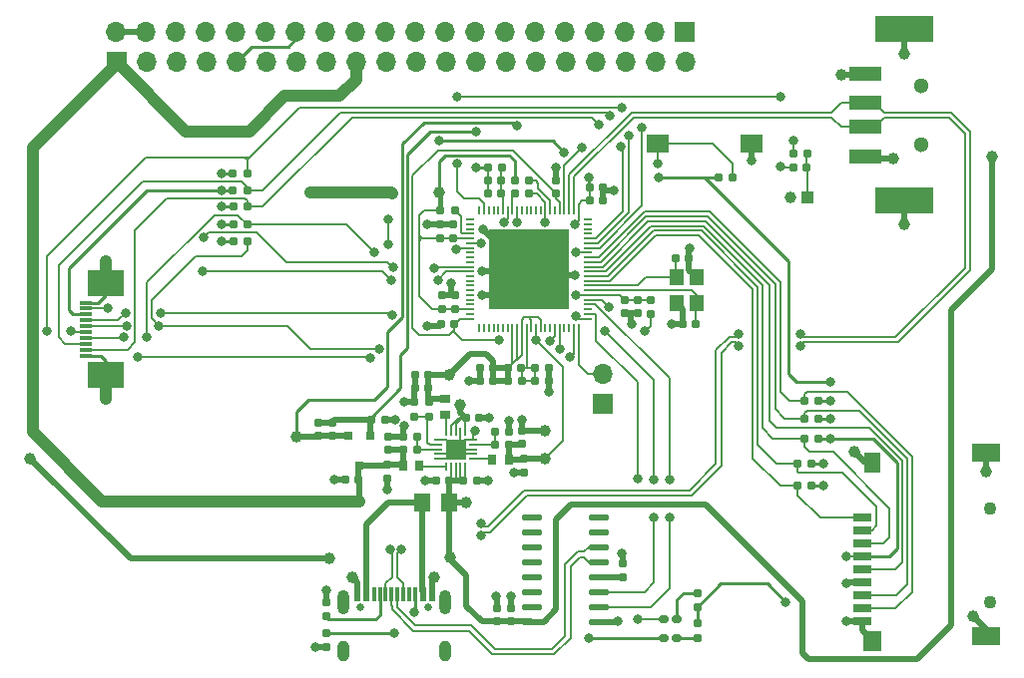
<source format=gbr>
%TF.GenerationSoftware,KiCad,Pcbnew,(6.0.0)*%
%TF.CreationDate,2022-08-30T21:50:04+08:00*%
%TF.ProjectId,F1C200S-HomeAssistant-Board,46314332-3030-4532-9d48-6f6d65417373,rev?*%
%TF.SameCoordinates,Original*%
%TF.FileFunction,Copper,L1,Top*%
%TF.FilePolarity,Positive*%
%FSLAX46Y46*%
G04 Gerber Fmt 4.6, Leading zero omitted, Abs format (unit mm)*
G04 Created by KiCad (PCBNEW (6.0.0)) date 2022-08-30 21:50:04*
%MOMM*%
%LPD*%
G01*
G04 APERTURE LIST*
G04 Aperture macros list*
%AMRoundRect*
0 Rectangle with rounded corners*
0 $1 Rounding radius*
0 $2 $3 $4 $5 $6 $7 $8 $9 X,Y pos of 4 corners*
0 Add a 4 corners polygon primitive as box body*
4,1,4,$2,$3,$4,$5,$6,$7,$8,$9,$2,$3,0*
0 Add four circle primitives for the rounded corners*
1,1,$1+$1,$2,$3*
1,1,$1+$1,$4,$5*
1,1,$1+$1,$6,$7*
1,1,$1+$1,$8,$9*
0 Add four rect primitives between the rounded corners*
20,1,$1+$1,$2,$3,$4,$5,0*
20,1,$1+$1,$4,$5,$6,$7,0*
20,1,$1+$1,$6,$7,$8,$9,0*
20,1,$1+$1,$8,$9,$2,$3,0*%
G04 Aperture macros list end*
%TA.AperFunction,SMDPad,CuDef*%
%ADD10RoundRect,0.155000X0.155000X-0.212500X0.155000X0.212500X-0.155000X0.212500X-0.155000X-0.212500X0*%
%TD*%
%TA.AperFunction,SMDPad,CuDef*%
%ADD11RoundRect,0.160000X-0.197500X-0.160000X0.197500X-0.160000X0.197500X0.160000X-0.197500X0.160000X0*%
%TD*%
%TA.AperFunction,SMDPad,CuDef*%
%ADD12RoundRect,0.160000X0.160000X-0.197500X0.160000X0.197500X-0.160000X0.197500X-0.160000X-0.197500X0*%
%TD*%
%TA.AperFunction,SMDPad,CuDef*%
%ADD13C,1.000000*%
%TD*%
%TA.AperFunction,SMDPad,CuDef*%
%ADD14R,1.900000X1.500000*%
%TD*%
%TA.AperFunction,SMDPad,CuDef*%
%ADD15RoundRect,0.160000X-0.222500X-0.160000X0.222500X-0.160000X0.222500X0.160000X-0.222500X0.160000X0*%
%TD*%
%TA.AperFunction,SMDPad,CuDef*%
%ADD16RoundRect,0.155000X0.212500X0.155000X-0.212500X0.155000X-0.212500X-0.155000X0.212500X-0.155000X0*%
%TD*%
%TA.AperFunction,SMDPad,CuDef*%
%ADD17RoundRect,0.155000X-0.212500X-0.155000X0.212500X-0.155000X0.212500X0.155000X-0.212500X0.155000X0*%
%TD*%
%TA.AperFunction,SMDPad,CuDef*%
%ADD18RoundRect,0.160000X0.197500X0.160000X-0.197500X0.160000X-0.197500X-0.160000X0.197500X-0.160000X0*%
%TD*%
%TA.AperFunction,SMDPad,CuDef*%
%ADD19RoundRect,0.155000X-0.155000X0.212500X-0.155000X-0.212500X0.155000X-0.212500X0.155000X0.212500X0*%
%TD*%
%TA.AperFunction,ComponentPad*%
%ADD20R,1.700000X1.700000*%
%TD*%
%TA.AperFunction,ComponentPad*%
%ADD21O,1.700000X1.700000*%
%TD*%
%TA.AperFunction,SMDPad,CuDef*%
%ADD22R,1.330000X1.500000*%
%TD*%
%TA.AperFunction,SMDPad,CuDef*%
%ADD23R,1.200000X1.400000*%
%TD*%
%TA.AperFunction,SMDPad,CuDef*%
%ADD24RoundRect,0.160000X-0.160000X0.197500X-0.160000X-0.197500X0.160000X-0.197500X0.160000X0.197500X0*%
%TD*%
%TA.AperFunction,SMDPad,CuDef*%
%ADD25R,1.100000X0.300000*%
%TD*%
%TA.AperFunction,SMDPad,CuDef*%
%ADD26R,3.100000X2.300000*%
%TD*%
%TA.AperFunction,SMDPad,CuDef*%
%ADD27R,0.800000X0.860000*%
%TD*%
%TA.AperFunction,SMDPad,CuDef*%
%ADD28O,1.750000X0.560000*%
%TD*%
%TA.AperFunction,ComponentPad*%
%ADD29C,1.100000*%
%TD*%
%TA.AperFunction,SMDPad,CuDef*%
%ADD30R,1.600000X0.700000*%
%TD*%
%TA.AperFunction,SMDPad,CuDef*%
%ADD31R,1.600000X1.800000*%
%TD*%
%TA.AperFunction,SMDPad,CuDef*%
%ADD32R,2.400000X1.600000*%
%TD*%
%TA.AperFunction,SMDPad,CuDef*%
%ADD33R,1.400000X1.800000*%
%TD*%
%TA.AperFunction,SMDPad,CuDef*%
%ADD34R,0.800000X0.200000*%
%TD*%
%TA.AperFunction,SMDPad,CuDef*%
%ADD35R,0.200000X0.800000*%
%TD*%
%TA.AperFunction,SMDPad,CuDef*%
%ADD36R,6.750000X6.750000*%
%TD*%
%TA.AperFunction,SMDPad,CuDef*%
%ADD37R,0.860000X0.800000*%
%TD*%
%TA.AperFunction,ComponentPad*%
%ADD38C,1.300000*%
%TD*%
%TA.AperFunction,SMDPad,CuDef*%
%ADD39R,2.800000X1.200000*%
%TD*%
%TA.AperFunction,SMDPad,CuDef*%
%ADD40R,5.000000X2.200000*%
%TD*%
%TA.AperFunction,ComponentPad*%
%ADD41C,0.650000*%
%TD*%
%TA.AperFunction,ComponentPad*%
%ADD42O,1.000000X2.100000*%
%TD*%
%TA.AperFunction,ComponentPad*%
%ADD43O,1.000000X1.800000*%
%TD*%
%TA.AperFunction,SMDPad,CuDef*%
%ADD44R,0.600000X1.240000*%
%TD*%
%TA.AperFunction,SMDPad,CuDef*%
%ADD45R,0.300000X1.240000*%
%TD*%
%TA.AperFunction,ComponentPad*%
%ADD46R,1.000000X1.000000*%
%TD*%
%TA.AperFunction,ComponentPad*%
%ADD47C,1.000000*%
%TD*%
%TA.AperFunction,SMDPad,CuDef*%
%ADD48R,1.700000X1.700000*%
%TD*%
%TA.AperFunction,SMDPad,CuDef*%
%ADD49R,0.800000X0.800000*%
%TD*%
%TA.AperFunction,ViaPad*%
%ADD50C,0.800000*%
%TD*%
%TA.AperFunction,ViaPad*%
%ADD51C,1.000000*%
%TD*%
%TA.AperFunction,Conductor*%
%ADD52C,0.200000*%
%TD*%
%TA.AperFunction,Conductor*%
%ADD53C,0.500000*%
%TD*%
%TA.AperFunction,Conductor*%
%ADD54C,0.250000*%
%TD*%
%TA.AperFunction,Conductor*%
%ADD55C,1.000000*%
%TD*%
%TA.AperFunction,Conductor*%
%ADD56C,0.400000*%
%TD*%
G04 APERTURE END LIST*
D10*
%TO.P,C16,1*%
%TO.N,VDD_SYS*%
X97300000Y-115567500D03*
%TO.P,C16,2*%
%TO.N,GND*%
X97300000Y-114432500D03*
%TD*%
D11*
%TO.P,R29,1*%
%TO.N,+3V3*%
X69902500Y-119600000D03*
%TO.P,R29,2*%
%TO.N,LCD_~{RESET}*%
X71097500Y-119600000D03*
%TD*%
D12*
%TO.P,R21,1*%
%TO.N,USB_ID*%
X105300000Y-125797500D03*
%TO.P,R21,2*%
%TO.N,+3V3*%
X105300000Y-124602500D03*
%TD*%
D13*
%TO.P,TP5,1,1*%
%TO.N,+3V3*%
X80600000Y-141700000D03*
%TD*%
%TO.P,TP3,1,1*%
%TO.N,VDD_SYS*%
X96400000Y-138100000D03*
%TD*%
D14*
%TO.P,SW1,1,1*%
%TO.N,~{RESET}*%
X105900000Y-111300000D03*
%TO.P,SW1,2,2*%
%TO.N,GND*%
X113900000Y-111300000D03*
%TD*%
D10*
%TO.P,C34,1*%
%TO.N,+5V*%
X92252500Y-151930000D03*
%TO.P,C34,2*%
%TO.N,GND*%
X92252500Y-150795000D03*
%TD*%
D15*
%TO.P,D2,1,K*%
%TO.N,LED_SYS*%
X106427500Y-151700000D03*
%TO.P,D2,2,A*%
%TO.N,Net-(D2-Pad2)*%
X107572500Y-151700000D03*
%TD*%
D16*
%TO.P,C35,1*%
%TO.N,Net-(C35-Pad1)*%
X118567500Y-113400000D03*
%TO.P,C35,2*%
%TO.N,MIC_IN*%
X117432500Y-113400000D03*
%TD*%
D17*
%TO.P,C22,1*%
%TO.N,+5V*%
X89432500Y-140000000D03*
%TO.P,C22,2*%
%TO.N,GND*%
X90567500Y-140000000D03*
%TD*%
%TO.P,C8,1*%
%TO.N,GND*%
X90830000Y-131532500D03*
%TO.P,C8,2*%
%TO.N,+2V5*%
X91965000Y-131532500D03*
%TD*%
D11*
%TO.P,R18,1*%
%TO.N,SDC0_CMD*%
X118402500Y-136400000D03*
%TO.P,R18,2*%
%TO.N,+3V3*%
X119597500Y-136400000D03*
%TD*%
D10*
%TO.P,C26,1*%
%TO.N,GND*%
X83000000Y-139767500D03*
%TO.P,C26,2*%
%TO.N,+3V3*%
X83000000Y-138632500D03*
%TD*%
D18*
%TO.P,R2,1*%
%TO.N,Net-(C6-Pad2)*%
X92697500Y-113400000D03*
%TO.P,R2,2*%
%TO.N,GNDA*%
X91502500Y-113400000D03*
%TD*%
D11*
%TO.P,R17,1*%
%TO.N,SDC0_D3*%
X117802500Y-138500000D03*
%TO.P,R17,2*%
%TO.N,+3V3*%
X118997500Y-138500000D03*
%TD*%
D12*
%TO.P,R12,1*%
%TO.N,FB3*%
X86500000Y-134497500D03*
%TO.P,R12,2*%
%TO.N,+2V5*%
X86500000Y-133302500D03*
%TD*%
D19*
%TO.P,C18,1*%
%TO.N,+3V3*%
X103100000Y-124632500D03*
%TO.P,C18,2*%
%TO.N,GND*%
X103100000Y-125767500D03*
%TD*%
D17*
%TO.P,C25,1*%
%TO.N,GND*%
X85332500Y-132100000D03*
%TO.P,C25,2*%
%TO.N,+2V5*%
X86467500Y-132100000D03*
%TD*%
D11*
%TO.P,R15,1*%
%TO.N,SDC0_D1*%
X118402500Y-133200000D03*
%TO.P,R15,2*%
%TO.N,+3V3*%
X119597500Y-133200000D03*
%TD*%
D10*
%TO.P,C27,1*%
%TO.N,GND*%
X94600000Y-139267500D03*
%TO.P,C27,2*%
%TO.N,VDD_SYS*%
X94600000Y-138132500D03*
%TD*%
D17*
%TO.P,C11,1*%
%TO.N,+2V5*%
X93230000Y-130432500D03*
%TO.P,C11,2*%
%TO.N,Net-(C11-Pad2)*%
X94365000Y-130432500D03*
%TD*%
D20*
%TO.P,J4,1,Pin_1*%
%TO.N,unconnected-(J4-Pad1)*%
X108245000Y-101900000D03*
D21*
%TO.P,J4,2,Pin_2*%
%TO.N,unconnected-(J4-Pad2)*%
X105705000Y-101900000D03*
%TO.P,J4,3,Pin_3*%
%TO.N,unconnected-(J4-Pad3)*%
X103165000Y-101900000D03*
%TO.P,J4,4,Pin_4*%
%TO.N,GND*%
X100625000Y-101900000D03*
%TO.P,J4,5,Pin_5*%
%TO.N,unconnected-(J4-Pad5)*%
X98085000Y-101900000D03*
%TO.P,J4,6,Pin_6*%
%TO.N,GND*%
X95545000Y-101900000D03*
%TO.P,J4,7,Pin_7*%
%TO.N,unconnected-(J4-Pad7)*%
X93005000Y-101900000D03*
%TO.P,J4,8,Pin_8*%
%TO.N,unconnected-(J4-Pad8)*%
X90465000Y-101900000D03*
%TO.P,J4,9,Pin_9*%
%TO.N,unconnected-(J4-Pad9)*%
X87925000Y-101900000D03*
%TO.P,J4,10,Pin_10*%
%TO.N,unconnected-(J4-Pad10)*%
X85385000Y-101900000D03*
%TO.P,J4,11,Pin_11*%
%TO.N,GND*%
X82845000Y-101900000D03*
%TO.P,J4,12,Pin_12*%
%TO.N,unconnected-(J4-Pad12)*%
X80305000Y-101900000D03*
%TO.P,J4,13,Pin_13*%
%TO.N,unconnected-(J4-Pad13)*%
X77765000Y-101900000D03*
%TO.P,J4,14,Pin_14*%
%TO.N,GND*%
X75225000Y-101900000D03*
%TO.P,J4,15,Pin_15*%
%TO.N,unconnected-(J4-Pad15)*%
X72685000Y-101900000D03*
%TO.P,J4,16,Pin_16*%
%TO.N,unconnected-(J4-Pad16)*%
X70145000Y-101900000D03*
%TO.P,J4,17,Pin_17*%
%TO.N,unconnected-(J4-Pad17)*%
X67605000Y-101900000D03*
%TO.P,J4,18,Pin_18*%
%TO.N,GND*%
X65065000Y-101900000D03*
%TO.P,J4,19,Pin_19*%
%TO.N,+5V*%
X62525000Y-101900000D03*
%TO.P,J4,20,Pin_20*%
X59985000Y-101900000D03*
%TD*%
D16*
%TO.P,C29,1*%
%TO.N,+3V3*%
X80567500Y-139900000D03*
%TO.P,C29,2*%
%TO.N,GND*%
X79432500Y-139900000D03*
%TD*%
D22*
%TO.P,F1,1,1*%
%TO.N,VBUS*%
X85960000Y-141800000D03*
%TO.P,F1,2,2*%
%TO.N,+5V*%
X88240000Y-141800000D03*
%TD*%
D11*
%TO.P,R1,1*%
%TO.N,+3V3*%
X87502500Y-117000000D03*
%TO.P,R1,2*%
%TO.N,Net-(R1-Pad2)*%
X88697500Y-117000000D03*
%TD*%
D18*
%TO.P,R9,1*%
%TO.N,GND*%
X93297500Y-135800000D03*
%TO.P,R9,2*%
%TO.N,Net-(R10-Pad1)*%
X92102500Y-135800000D03*
%TD*%
D16*
%TO.P,C13,1*%
%TO.N,HOSCI*%
X109167500Y-126700000D03*
%TO.P,C13,2*%
%TO.N,GND*%
X108032500Y-126700000D03*
%TD*%
D23*
%TO.P,X1,1,OSC1*%
%TO.N,HOSCI*%
X109200000Y-124900000D03*
%TO.P,X1,2,GND*%
%TO.N,GND*%
X109200000Y-122700000D03*
%TO.P,X1,3,OSC2*%
%TO.N,HOSCO*%
X107500000Y-122700000D03*
%TO.P,X1,4,GND*%
%TO.N,GND*%
X107500000Y-124900000D03*
%TD*%
D16*
%TO.P,C10,1*%
%TO.N,GNDA*%
X94967500Y-115600000D03*
%TO.P,C10,2*%
%TO.N,Net-(C10-Pad2)*%
X93832500Y-115600000D03*
%TD*%
D24*
%TO.P,R11,1*%
%TO.N,GND*%
X85300000Y-133302500D03*
%TO.P,R11,2*%
%TO.N,FB3*%
X85300000Y-134497500D03*
%TD*%
D16*
%TO.P,C3,1*%
%TO.N,VDD_SYS*%
X88667500Y-126700000D03*
%TO.P,C3,2*%
%TO.N,GND*%
X87532500Y-126700000D03*
%TD*%
D10*
%TO.P,C33,1*%
%TO.N,+5V*%
X93452500Y-151930000D03*
%TO.P,C33,2*%
%TO.N,GND*%
X93452500Y-150795000D03*
%TD*%
D19*
%TO.P,C24,1*%
%TO.N,GND*%
X94400000Y-135732500D03*
%TO.P,C24,2*%
%TO.N,VDD_SYS*%
X94400000Y-136867500D03*
%TD*%
D25*
%TO.P,J3,1,Pin_1*%
%TO.N,GND*%
X57425000Y-129350000D03*
%TO.P,J3,2,Pin_2*%
%TO.N,SPI1_MOSI*%
X57425000Y-128850000D03*
%TO.P,J3,3,Pin_3*%
%TO.N,SPI1_MISO*%
X57425000Y-128350000D03*
%TO.P,J3,4,Pin_4*%
%TO.N,SPI1_CLK*%
X57425000Y-127850000D03*
%TO.P,J3,5,Pin_5*%
%TO.N,SPI1_CS*%
X57425000Y-127350000D03*
%TO.P,J3,6,Pin_6*%
%TO.N,LCD_~{RESET}*%
X57425000Y-126850000D03*
%TO.P,J3,7,Pin_7*%
%TO.N,LCD_D{slash}C*%
X57425000Y-126350000D03*
%TO.P,J3,8,Pin_8*%
%TO.N,+3V3*%
X57425000Y-125850000D03*
%TO.P,J3,9,Pin_9*%
%TO.N,LCD_BL*%
X57425000Y-125350000D03*
%TO.P,J3,10,Pin_10*%
%TO.N,GND*%
X57425000Y-124850000D03*
D26*
%TO.P,J3,MP,Pin_10*%
X59125000Y-123180000D03*
X59125000Y-131020000D03*
%TD*%
D20*
%TO.P,J1,1,Pin_1*%
%TO.N,GND*%
X101300000Y-133475000D03*
D21*
%TO.P,J1,2,Pin_2*%
%TO.N,USB_ID*%
X101300000Y-130935000D03*
%TD*%
D17*
%TO.P,C12,1*%
%TO.N,Net-(C11-Pad2)*%
X95530000Y-130432500D03*
%TO.P,C12,2*%
%TO.N,GND*%
X96665000Y-130432500D03*
%TD*%
D10*
%TO.P,C30,1*%
%TO.N,+3V0*%
X78300000Y-136167500D03*
%TO.P,C30,2*%
%TO.N,GNDA*%
X78300000Y-135032500D03*
%TD*%
D18*
%TO.P,R4,1*%
%TO.N,GND*%
X96695000Y-131532500D03*
%TO.P,R4,2*%
%TO.N,Net-(C11-Pad2)*%
X95500000Y-131532500D03*
%TD*%
D24*
%TO.P,R20,1*%
%TO.N,Net-(R20-Pad1)*%
X77800000Y-152902500D03*
%TO.P,R20,2*%
%TO.N,GND*%
X77800000Y-154097500D03*
%TD*%
D27*
%TO.P,L2,1,1*%
%TO.N,Net-(L2-Pad1)*%
X91900000Y-138200000D03*
%TO.P,L2,2,2*%
%TO.N,VDD_SYS*%
X93300000Y-138200000D03*
%TD*%
D28*
%TO.P,U5,1,GND*%
%TO.N,GND*%
X100970000Y-151950000D03*
%TO.P,U5,2,TXD*%
%TO.N,UART0_TX*%
X100970000Y-150680000D03*
%TO.P,U5,3,RXD*%
%TO.N,UART0_RX*%
X100970000Y-149410000D03*
%TO.P,U5,4,V3*%
%TO.N,Net-(C32-Pad1)*%
X100970000Y-148130000D03*
%TO.P,U5,5,D+*%
%TO.N,D+*%
X100970000Y-146870000D03*
%TO.P,U5,6,D-*%
%TO.N,D-*%
X100970000Y-145600000D03*
%TO.P,U5,7,NC.*%
%TO.N,unconnected-(U5-Pad7)*%
X100970000Y-144330000D03*
%TO.P,U5,8,NC.*%
%TO.N,unconnected-(U5-Pad8)*%
X100970000Y-143060000D03*
%TO.P,U5,9,CTS#*%
%TO.N,unconnected-(U5-Pad9)*%
X95230000Y-143060000D03*
%TO.P,U5,10,DSR#*%
%TO.N,unconnected-(U5-Pad10)*%
X95230000Y-144330000D03*
%TO.P,U5,11,RI#*%
%TO.N,unconnected-(U5-Pad11)*%
X95230000Y-145600000D03*
%TO.P,U5,12,DCD#*%
%TO.N,unconnected-(U5-Pad12)*%
X95230000Y-146870000D03*
%TO.P,U5,13,DTR#*%
%TO.N,unconnected-(U5-Pad13)*%
X95230000Y-148130000D03*
%TO.P,U5,14,RTS#*%
%TO.N,unconnected-(U5-Pad14)*%
X95230000Y-149410000D03*
%TO.P,U5,15,R232*%
%TO.N,unconnected-(U5-Pad15)*%
X95230000Y-150680000D03*
%TO.P,U5,16,VCC*%
%TO.N,+5V*%
X95230000Y-151950000D03*
%TD*%
D11*
%TO.P,R16,1*%
%TO.N,SDC0_D2*%
X117805000Y-140400000D03*
%TO.P,R16,2*%
%TO.N,+3V3*%
X119000000Y-140400000D03*
%TD*%
D19*
%TO.P,C23,1*%
%TO.N,GND*%
X83100000Y-136232500D03*
%TO.P,C23,2*%
%TO.N,+3V3*%
X83100000Y-137367500D03*
%TD*%
D17*
%TO.P,C14,1*%
%TO.N,+3V3*%
X100132500Y-116200000D03*
%TO.P,C14,2*%
%TO.N,GND*%
X101267500Y-116200000D03*
%TD*%
%TO.P,C15,1*%
%TO.N,+3V3*%
X100132500Y-115100000D03*
%TO.P,C15,2*%
%TO.N,GND*%
X101267500Y-115100000D03*
%TD*%
D13*
%TO.P,TP4,1,1*%
%TO.N,+2V5*%
X88200000Y-131000000D03*
%TD*%
D10*
%TO.P,C5,1*%
%TO.N,+3V3*%
X87600000Y-125367500D03*
%TO.P,C5,2*%
%TO.N,GND*%
X87600000Y-124232500D03*
%TD*%
D18*
%TO.P,R30,1*%
%TO.N,Net-(C35-Pad1)*%
X118597500Y-112200000D03*
%TO.P,R30,2*%
%TO.N,+3V0*%
X117402500Y-112200000D03*
%TD*%
D29*
%TO.P,Card1,*%
%TO.N,*%
X134100000Y-150300000D03*
X134100000Y-142300000D03*
D30*
%TO.P,Card1,1,DAT2*%
%TO.N,SDC0_D2*%
X123250000Y-143100000D03*
%TO.P,Card1,2,CD/DAT3*%
%TO.N,SDC0_D3*%
X123250000Y-144200000D03*
%TO.P,Card1,3,CMD*%
%TO.N,SDC0_CMD*%
X123250000Y-145300000D03*
%TO.P,Card1,4,VDD*%
%TO.N,+3V3*%
X123250000Y-146400000D03*
%TO.P,Card1,5,CLK*%
%TO.N,SDC0_CLK*%
X123250000Y-147500000D03*
%TO.P,Card1,6,VSS*%
%TO.N,GND*%
X123250000Y-148600000D03*
%TO.P,Card1,7,DAT0*%
%TO.N,SDC0_D0*%
X123250000Y-149700000D03*
%TO.P,Card1,8,DAT1*%
%TO.N,SDC0_D1*%
X123250000Y-150800000D03*
%TO.P,Card1,9,CD*%
%TO.N,GND*%
X123250000Y-151900000D03*
D31*
%TO.P,Card1,10,G3*%
X124100000Y-153550000D03*
D32*
%TO.P,Card1,11,G4*%
X133750000Y-153150000D03*
%TO.P,Card1,12,G1*%
X133750000Y-137550000D03*
D33*
%TO.P,Card1,13,G2*%
X124100000Y-138400000D03*
%TD*%
D11*
%TO.P,R27,1*%
%TO.N,+3V3*%
X69902500Y-118200000D03*
%TO.P,R27,2*%
%TO.N,SPI1_CLK*%
X71097500Y-118200000D03*
%TD*%
D10*
%TO.P,C31,1*%
%TO.N,+3V0*%
X77100000Y-136167500D03*
%TO.P,C31,2*%
%TO.N,GNDA*%
X77100000Y-135032500D03*
%TD*%
D15*
%TO.P,D1,1,K*%
%TO.N,LED_USER*%
X106427500Y-153300000D03*
%TO.P,D1,2,A*%
%TO.N,Net-(D1-Pad2)*%
X107572500Y-153300000D03*
%TD*%
D11*
%TO.P,R26,1*%
%TO.N,+3V3*%
X69900000Y-115300000D03*
%TO.P,R26,2*%
%TO.N,SPI1_MISO*%
X71095000Y-115300000D03*
%TD*%
D19*
%TO.P,C19,1*%
%TO.N,+3V3*%
X104200000Y-124632500D03*
%TO.P,C19,2*%
%TO.N,GND*%
X104200000Y-125767500D03*
%TD*%
D34*
%TO.P,U1,1,HPL*%
%TO.N,unconnected-(U1-Pad1)*%
X90000000Y-117800000D03*
%TO.P,U1,2,HIPCOMFB*%
%TO.N,unconnected-(U1-Pad2)*%
X90000000Y-118200000D03*
%TO.P,U1,3,HPCOM*%
%TO.N,unconnected-(U1-Pad3)*%
X90000000Y-118600000D03*
%TO.P,U1,4,HPVCC*%
%TO.N,Net-(R1-Pad2)*%
X90000000Y-119000000D03*
%TO.P,U1,5,VCC-IO*%
%TO.N,+3V3*%
X90000000Y-119400000D03*
%TO.P,U1,6,PD0*%
%TO.N,PD0*%
X90000000Y-119800000D03*
%TO.P,U1,7,PD1*%
%TO.N,PD1*%
X90000000Y-120200000D03*
%TO.P,U1,8,PD2*%
%TO.N,unconnected-(U1-Pad8)*%
X90000000Y-120600000D03*
%TO.P,U1,9,PD3*%
%TO.N,unconnected-(U1-Pad9)*%
X90000000Y-121000000D03*
%TO.P,U1,10,PD4*%
%TO.N,unconnected-(U1-Pad10)*%
X90000000Y-121400000D03*
%TO.P,U1,11,PD5*%
%TO.N,SCL_1*%
X90000000Y-121800000D03*
%TO.P,U1,12,PD6*%
%TO.N,SDA_1*%
X90000000Y-122200000D03*
%TO.P,U1,13,PD7*%
%TO.N,unconnected-(U1-Pad13)*%
X90000000Y-122600000D03*
%TO.P,U1,14,PD8*%
%TO.N,unconnected-(U1-Pad14)*%
X90000000Y-123000000D03*
%TO.P,U1,15,PD9*%
%TO.N,unconnected-(U1-Pad15)*%
X90000000Y-123400000D03*
%TO.P,U1,16,PD10*%
%TO.N,unconnected-(U1-Pad16)*%
X90000000Y-123800000D03*
%TO.P,U1,17,PD11*%
%TO.N,unconnected-(U1-Pad17)*%
X90000000Y-124200000D03*
%TO.P,U1,18,PD12*%
%TO.N,unconnected-(U1-Pad18)*%
X90000000Y-124600000D03*
%TO.P,U1,19,PD13*%
%TO.N,unconnected-(U1-Pad19)*%
X90000000Y-125000000D03*
%TO.P,U1,20,VCC-IO*%
%TO.N,+3V3*%
X90000000Y-125400000D03*
%TO.P,U1,21,PD14*%
%TO.N,unconnected-(U1-Pad21)*%
X90000000Y-125800000D03*
%TO.P,U1,22,VDD-CORE*%
%TO.N,VDD_SYS*%
X90000000Y-126200000D03*
D35*
%TO.P,U1,23,PD15*%
%TO.N,unconnected-(U1-Pad23)*%
X90800000Y-127000000D03*
%TO.P,U1,24,PD16*%
%TO.N,unconnected-(U1-Pad24)*%
X91200000Y-127000000D03*
%TO.P,U1,25,PD17*%
%TO.N,unconnected-(U1-Pad25)*%
X91600000Y-127000000D03*
%TO.P,U1,26,PD18*%
%TO.N,unconnected-(U1-Pad26)*%
X92000000Y-127000000D03*
%TO.P,U1,27,PD19*%
%TO.N,unconnected-(U1-Pad27)*%
X92400000Y-127000000D03*
%TO.P,U1,28,PD20*%
%TO.N,unconnected-(U1-Pad28)*%
X92800000Y-127000000D03*
%TO.P,U1,29,PD21*%
%TO.N,unconnected-(U1-Pad29)*%
X93200000Y-127000000D03*
%TO.P,U1,30,VCC-DRAM*%
%TO.N,+2V5*%
X93600000Y-127000000D03*
%TO.P,U1,31,VCC-DRAM*%
X94000000Y-127000000D03*
%TO.P,U1,32,VCC-DRAM*%
X94400000Y-127000000D03*
%TO.P,U1,33,SVREF*%
%TO.N,Net-(C11-Pad2)*%
X94800000Y-127000000D03*
%TO.P,U1,34,VCC-DRAM*%
%TO.N,+2V5*%
X95200000Y-127000000D03*
%TO.P,U1,35,VDD-CORF*%
%TO.N,VDD_SYS*%
X95600000Y-127000000D03*
%TO.P,U1,36,VCC-DRAM*%
%TO.N,+2V5*%
X96000000Y-127000000D03*
%TO.P,U1,37,PE12*%
%TO.N,unconnected-(U1-Pad37)*%
X96400000Y-127000000D03*
%TO.P,U1,38,PE11*%
%TO.N,unconnected-(U1-Pad38)*%
X96800000Y-127000000D03*
%TO.P,U1,39,PE10*%
%TO.N,LED_USER*%
X97200000Y-127000000D03*
%TO.P,U1,40,PE9*%
%TO.N,LCD_~{RESET}*%
X97600000Y-127000000D03*
%TO.P,U1,41,PE8*%
%TO.N,unconnected-(U1-Pad41)*%
X98000000Y-127000000D03*
%TO.P,U1,42,PE7*%
%TO.N,unconnected-(U1-Pad42)*%
X98400000Y-127000000D03*
%TO.P,U1,43,PE6*%
%TO.N,LCD_BL*%
X98800000Y-127000000D03*
%TO.P,U1,44,PE5*%
%TO.N,USB_ID*%
X99200000Y-127000000D03*
D34*
%TO.P,U1,45,PE4*%
%TO.N,LCD_D{slash}C*%
X100000000Y-126200000D03*
%TO.P,U1,46,PE3*%
%TO.N,LED_SYS*%
X100000000Y-125800000D03*
%TO.P,U1,47,PE2*%
%TO.N,unconnected-(U1-Pad47)*%
X100000000Y-125400000D03*
%TO.P,U1,48,PE1*%
%TO.N,UART0_TX*%
X100000000Y-125000000D03*
%TO.P,U1,49,PE0*%
%TO.N,UART0_RX*%
X100000000Y-124600000D03*
%TO.P,U1,50,VCC-IO*%
%TO.N,+3V3*%
X100000000Y-124200000D03*
%TO.P,U1,51,HOSCI*%
%TO.N,HOSCI*%
X100000000Y-123800000D03*
%TO.P,U1,52,HOSCO*%
%TO.N,HOSCO*%
X100000000Y-123400000D03*
%TO.P,U1,53,PF5*%
%TO.N,SDC0_D2*%
X100000000Y-123000000D03*
%TO.P,U1,54,PF4*%
%TO.N,SDC0_D3*%
X100000000Y-122600000D03*
%TO.P,U1,55,PF3*%
%TO.N,SDC0_CMD*%
X100000000Y-122200000D03*
%TO.P,U1,56,PF2*%
%TO.N,SDC0_CLK*%
X100000000Y-121800000D03*
%TO.P,U1,57,PF1*%
%TO.N,SDC0_D0*%
X100000000Y-121400000D03*
%TO.P,U1,58,PF0*%
%TO.N,SDC0_D1*%
X100000000Y-121000000D03*
%TO.P,U1,59,PC0*%
%TO.N,SPI1_CLK*%
X100000000Y-120600000D03*
%TO.P,U1,60,PC1*%
%TO.N,SPI1_CS*%
X100000000Y-120200000D03*
%TO.P,U1,61,PC2*%
%TO.N,SPI1_MISO*%
X100000000Y-119800000D03*
%TO.P,U1,62,PC3*%
%TO.N,SPI1_MOSI*%
X100000000Y-119400000D03*
%TO.P,U1,63,IPY2*%
%TO.N,unconnected-(U1-Pad63)*%
X100000000Y-119000000D03*
%TO.P,U1,64,TPY1*%
%TO.N,unconnected-(U1-Pad64)*%
X100000000Y-118600000D03*
%TO.P,U1,65,TPX2*%
%TO.N,unconnected-(U1-Pad65)*%
X100000000Y-118200000D03*
%TO.P,U1,66,TPX1*%
%TO.N,unconnected-(U1-Pad66)*%
X100000000Y-117800000D03*
D35*
%TO.P,U1,67,UVCC*%
%TO.N,+3V3*%
X99200000Y-117000000D03*
%TO.P,U1,68,USB-DM*%
%TO.N,USB_DN*%
X98800000Y-117000000D03*
%TO.P,U1,69,USB-DP*%
%TO.N,USB_DP*%
X98400000Y-117000000D03*
%TO.P,U1,70,RESET*%
%TO.N,~{RESET}*%
X98000000Y-117000000D03*
%TO.P,U1,71,VDD-CORE*%
%TO.N,VDD_SYS*%
X97600000Y-117000000D03*
%TO.P,U1,72,TVOUT*%
%TO.N,unconnected-(U1-Pad72)*%
X97200000Y-117000000D03*
%TO.P,U1,73,TV_VCC*%
%TO.N,TV_VCC*%
X96800000Y-117000000D03*
%TO.P,U1,74,TVGND*%
%TO.N,GNDA*%
X96400000Y-117000000D03*
%TO.P,U1,75,TV_VRN*%
%TO.N,unconnected-(U1-Pad75)*%
X96000000Y-117000000D03*
%TO.P,U1,76,TV_VRP*%
%TO.N,unconnected-(U1-Pad76)*%
X95600000Y-117000000D03*
%TO.P,U1,77,TVIN1*%
%TO.N,unconnected-(U1-Pad77)*%
X95200000Y-117000000D03*
%TO.P,U1,78,TVIN0*%
%TO.N,unconnected-(U1-Pad78)*%
X94800000Y-117000000D03*
%TO.P,U1,79,LRADC0*%
%TO.N,unconnected-(U1-Pad79)*%
X94400000Y-117000000D03*
%TO.P,U1,80,AVCC*%
%TO.N,+3V0*%
X94000000Y-117000000D03*
%TO.P,U1,81,VRA1*%
%TO.N,Net-(C10-Pad2)*%
X93600000Y-117000000D03*
%TO.P,U1,82,AGND*%
%TO.N,GNDA*%
X93200000Y-117000000D03*
%TO.P,U1,83,VRA2*%
%TO.N,Net-(C6-Pad2)*%
X92800000Y-117000000D03*
%TO.P,U1,84,FMINL*%
%TO.N,unconnected-(U1-Pad84)*%
X92400000Y-117000000D03*
%TO.P,U1,85,FMINR*%
%TO.N,unconnected-(U1-Pad85)*%
X92000000Y-117000000D03*
%TO.P,U1,86,LINL*%
%TO.N,unconnected-(U1-Pad86)*%
X91600000Y-117000000D03*
%TO.P,U1,87,MICIN*%
%TO.N,MIC_IN*%
X91200000Y-117000000D03*
%TO.P,U1,88,HPR*%
%TO.N,unconnected-(U1-Pad88)*%
X90800000Y-117000000D03*
D36*
%TO.P,U1,89,GND*%
%TO.N,GND*%
X95000000Y-122000000D03*
%TD*%
D16*
%TO.P,C20,1*%
%TO.N,+5V*%
X88267500Y-140000000D03*
%TO.P,C20,2*%
%TO.N,GND*%
X87132500Y-140000000D03*
%TD*%
D11*
%TO.P,R25,1*%
%TO.N,+3V3*%
X69902500Y-116700000D03*
%TO.P,R25,2*%
%TO.N,SPI1_MOSI*%
X71097500Y-116700000D03*
%TD*%
D10*
%TO.P,C32,1*%
%TO.N,Net-(C32-Pad1)*%
X102952500Y-148130000D03*
%TO.P,C32,2*%
%TO.N,GND*%
X102952500Y-146995000D03*
%TD*%
D17*
%TO.P,C17,1*%
%TO.N,HOSCO*%
X107432500Y-121100000D03*
%TO.P,C17,2*%
%TO.N,GND*%
X108567500Y-121100000D03*
%TD*%
D18*
%TO.P,R8,1*%
%TO.N,FB2*%
X85497500Y-137300000D03*
%TO.P,R8,2*%
%TO.N,+3V3*%
X84302500Y-137300000D03*
%TD*%
D17*
%TO.P,C28,1*%
%TO.N,GND*%
X85332500Y-131000000D03*
%TO.P,C28,2*%
%TO.N,+2V5*%
X86467500Y-131000000D03*
%TD*%
D13*
%TO.P,TP2,1,1*%
%TO.N,+3V0*%
X75300000Y-136200000D03*
%TD*%
D37*
%TO.P,L3,1,1*%
%TO.N,LX3*%
X87900000Y-134400000D03*
%TO.P,L3,2,2*%
%TO.N,+2V5*%
X87900000Y-133000000D03*
%TD*%
D10*
%TO.P,C4,1*%
%TO.N,+3V3*%
X88600000Y-119367500D03*
%TO.P,C4,2*%
%TO.N,GND*%
X88600000Y-118232500D03*
%TD*%
D38*
%TO.P,USB1,*%
%TO.N,*%
X128312500Y-111400000D03*
X128312500Y-106400000D03*
D39*
%TO.P,USB1,1,VCC*%
%TO.N,+5V*%
X123562500Y-112400000D03*
%TO.P,USB1,2,D-*%
%TO.N,USB_DN*%
X123562500Y-109900000D03*
%TO.P,USB1,3,D+*%
%TO.N,USB_DP*%
X123562500Y-107900000D03*
%TO.P,USB1,4,GND*%
%TO.N,GND*%
X123562500Y-105390000D03*
D40*
%TO.P,USB1,5,GND*%
X126862500Y-101600000D03*
%TO.P,USB1,6,GND*%
X126822500Y-116200000D03*
%TD*%
D24*
%TO.P,R23,1*%
%TO.N,Net-(D2-Pad2)*%
X109300000Y-149502500D03*
%TO.P,R23,2*%
%TO.N,+3V3*%
X109300000Y-150697500D03*
%TD*%
%TO.P,R19,1*%
%TO.N,GND*%
X77800000Y-150302500D03*
%TO.P,R19,2*%
%TO.N,Net-(R19-Pad2)*%
X77800000Y-151497500D03*
%TD*%
D18*
%TO.P,R6,1*%
%TO.N,TV_VCC*%
X94997500Y-114500000D03*
%TO.P,R6,2*%
%TO.N,+3V3*%
X93802500Y-114500000D03*
%TD*%
D41*
%TO.P,U4,*%
%TO.N,*%
X86490000Y-150752500D03*
X80700000Y-150752500D03*
D42*
%TO.P,U4,1,SHELL*%
%TO.N,unconnected-(U4-Pad1)*%
X79280000Y-150252500D03*
%TO.P,U4,2,SHELL*%
%TO.N,unconnected-(U4-Pad2)*%
X87920000Y-150252500D03*
D43*
%TO.P,U4,3,SHELL*%
%TO.N,unconnected-(U4-Pad3)*%
X87920000Y-154432500D03*
%TO.P,U4,4,SHELL*%
%TO.N,unconnected-(U4-Pad4)*%
X79280000Y-154432500D03*
D44*
%TO.P,U4,A1B12,GND*%
%TO.N,GND*%
X80400000Y-149632500D03*
%TO.P,U4,A4B9,VBUS*%
%TO.N,VBUS*%
X81200000Y-149632500D03*
D45*
%TO.P,U4,A5,CC1*%
%TO.N,Net-(R19-Pad2)*%
X82350000Y-149632500D03*
%TO.P,U4,A6,DP1*%
%TO.N,D+*%
X83350000Y-149632500D03*
%TO.P,U4,A7,DN1*%
%TO.N,D-*%
X83850000Y-149632500D03*
%TO.P,U4,A8,SBU1*%
%TO.N,unconnected-(U4-PadA8)*%
X84850000Y-149632500D03*
D44*
%TO.P,U4,B1A12,GND*%
%TO.N,GND*%
X86800000Y-149632500D03*
%TO.P,U4,B4A9,VBUS*%
%TO.N,VBUS*%
X86000000Y-149632500D03*
D45*
%TO.P,U4,B5,CC2*%
%TO.N,Net-(R20-Pad1)*%
X85350000Y-149632500D03*
%TO.P,U4,B6,DP2*%
%TO.N,USB_DP*%
X84350000Y-149632500D03*
%TO.P,U4,B7,DN2*%
%TO.N,USB_DN*%
X82850000Y-149632500D03*
%TO.P,U4,B8,SBU2*%
%TO.N,unconnected-(U4-PadB8)*%
X81850000Y-149632500D03*
%TD*%
D10*
%TO.P,C1,1*%
%TO.N,+3V3*%
X87500000Y-119367500D03*
%TO.P,C1,2*%
%TO.N,GND*%
X87500000Y-118232500D03*
%TD*%
D17*
%TO.P,C6,1*%
%TO.N,GNDA*%
X91532500Y-115600000D03*
%TO.P,C6,2*%
%TO.N,Net-(C6-Pad2)*%
X92667500Y-115600000D03*
%TD*%
D27*
%TO.P,L1,1,1*%
%TO.N,LX2*%
X85700000Y-138700000D03*
%TO.P,L1,2,2*%
%TO.N,+3V3*%
X84300000Y-138700000D03*
%TD*%
D18*
%TO.P,R13,1*%
%TO.N,GND*%
X82797500Y-134800000D03*
%TO.P,R13,2*%
%TO.N,GNDA*%
X81602500Y-134800000D03*
%TD*%
D20*
%TO.P,J2,1,Pin_1*%
%TO.N,+3V3*%
X60000000Y-104400000D03*
D21*
%TO.P,J2,2,Pin_2*%
%TO.N,SDA_1*%
X62540000Y-104400000D03*
%TO.P,J2,3,Pin_3*%
%TO.N,SCL_1*%
X65080000Y-104400000D03*
%TO.P,J2,4,Pin_4*%
%TO.N,PD0*%
X67620000Y-104400000D03*
%TO.P,J2,5,Pin_5*%
%TO.N,GND*%
X70160000Y-104400000D03*
%TO.P,J2,6,Pin_6*%
%TO.N,PD1*%
X72700000Y-104400000D03*
%TO.P,J2,7,Pin_7*%
%TO.N,unconnected-(J2-Pad7)*%
X75240000Y-104400000D03*
%TO.P,J2,8,Pin_8*%
%TO.N,unconnected-(J2-Pad8)*%
X77780000Y-104400000D03*
%TO.P,J2,9,Pin_9*%
%TO.N,+3V3*%
X80320000Y-104400000D03*
%TO.P,J2,10,Pin_10*%
%TO.N,unconnected-(J2-Pad10)*%
X82860000Y-104400000D03*
%TO.P,J2,11,Pin_11*%
%TO.N,unconnected-(J2-Pad11)*%
X85400000Y-104400000D03*
%TO.P,J2,12,Pin_12*%
%TO.N,unconnected-(J2-Pad12)*%
X87940000Y-104400000D03*
%TO.P,J2,13,Pin_13*%
%TO.N,GND*%
X90480000Y-104400000D03*
%TO.P,J2,14,Pin_14*%
%TO.N,unconnected-(J2-Pad14)*%
X93020000Y-104400000D03*
%TO.P,J2,15,Pin_15*%
%TO.N,unconnected-(J2-Pad15)*%
X95560000Y-104400000D03*
%TO.P,J2,16,Pin_16*%
%TO.N,unconnected-(J2-Pad16)*%
X98100000Y-104400000D03*
%TO.P,J2,17,Pin_17*%
%TO.N,unconnected-(J2-Pad17)*%
X100640000Y-104400000D03*
%TO.P,J2,18,Pin_18*%
%TO.N,unconnected-(J2-Pad18)*%
X103180000Y-104400000D03*
%TO.P,J2,19,Pin_19*%
%TO.N,unconnected-(J2-Pad19)*%
X105720000Y-104400000D03*
%TO.P,J2,20,Pin_20*%
%TO.N,GND*%
X108260000Y-104400000D03*
%TD*%
D17*
%TO.P,C21,1*%
%TO.N,+5V*%
X89632500Y-134600000D03*
%TO.P,C21,2*%
%TO.N,GND*%
X90767500Y-134600000D03*
%TD*%
D11*
%TO.P,R14,1*%
%TO.N,SDC0_D0*%
X118402500Y-134700000D03*
%TO.P,R14,2*%
%TO.N,+3V3*%
X119597500Y-134700000D03*
%TD*%
D18*
%TO.P,R3,1*%
%TO.N,Net-(C11-Pad2)*%
X94392500Y-131532500D03*
%TO.P,R3,2*%
%TO.N,+2V5*%
X93197500Y-131532500D03*
%TD*%
D17*
%TO.P,C7,1*%
%TO.N,GNDA*%
X91532500Y-114500000D03*
%TO.P,C7,2*%
%TO.N,Net-(C6-Pad2)*%
X92667500Y-114500000D03*
%TD*%
D10*
%TO.P,C2,1*%
%TO.N,+3V3*%
X88700000Y-125367500D03*
%TO.P,C2,2*%
%TO.N,GND*%
X88700000Y-124232500D03*
%TD*%
D11*
%TO.P,R10,1*%
%TO.N,Net-(R10-Pad1)*%
X92102500Y-136900000D03*
%TO.P,R10,2*%
%TO.N,VDD_SYS*%
X93297500Y-136900000D03*
%TD*%
D46*
%TO.P,MIC1,1,OUT*%
%TO.N,Net-(C35-Pad1)*%
X118600000Y-115900000D03*
D47*
%TO.P,MIC1,2,GND*%
%TO.N,GNDA*%
X117200000Y-115900000D03*
%TD*%
D18*
%TO.P,R5,1*%
%TO.N,~{RESET}*%
X112297500Y-114200000D03*
%TO.P,R5,2*%
%TO.N,+3V3*%
X111102500Y-114200000D03*
%TD*%
D34*
%TO.P,U2,1,GND3*%
%TO.N,GND*%
X87300000Y-136500000D03*
%TO.P,U2,2,FB3*%
%TO.N,FB3*%
X87300000Y-136900000D03*
%TO.P,U2,3,FB2*%
%TO.N,FB2*%
X87300000Y-137300000D03*
%TO.P,U2,4,GND2*%
%TO.N,GND*%
X87300000Y-137700000D03*
%TO.P,U2,5,GND2*%
X87300000Y-138100000D03*
D35*
%TO.P,U2,6,LX2*%
%TO.N,LX2*%
X88000000Y-138800000D03*
%TO.P,U2,7,VIN2*%
%TO.N,+5V*%
X88400000Y-138800000D03*
%TO.P,U2,8,EN2*%
X88800000Y-138800000D03*
%TO.P,U2,9,EN1*%
X89200000Y-138800000D03*
%TO.P,U2,10,VIN1*%
X89600000Y-138800000D03*
D34*
%TO.P,U2,11,LX1*%
%TO.N,Net-(L2-Pad1)*%
X90300000Y-138100000D03*
%TO.P,U2,12,GND1*%
%TO.N,GND*%
X90300000Y-137700000D03*
%TO.P,U2,13,GND1*%
X90300000Y-137300000D03*
%TO.P,U2,14,FB1*%
%TO.N,Net-(R10-Pad1)*%
X90300000Y-136900000D03*
%TO.P,U2,15,AGND*%
%TO.N,GND*%
X90300000Y-136500000D03*
D35*
%TO.P,U2,16,VCC*%
%TO.N,+5V*%
X89600000Y-135800000D03*
%TO.P,U2,17,AGND*%
%TO.N,GND*%
X89200000Y-135800000D03*
%TO.P,U2,18,EN3*%
%TO.N,+5V*%
X88800000Y-135800000D03*
%TO.P,U2,19,VIN3*%
X88400000Y-135800000D03*
%TO.P,U2,20,LX3*%
%TO.N,LX3*%
X88000000Y-135800000D03*
D48*
%TO.P,U2,21,PAD*%
%TO.N,GND*%
X88800000Y-137300000D03*
%TD*%
D17*
%TO.P,C9,1*%
%TO.N,GND*%
X90830000Y-130432500D03*
%TO.P,C9,2*%
%TO.N,+2V5*%
X91965000Y-130432500D03*
%TD*%
D12*
%TO.P,R22,1*%
%TO.N,Net-(D1-Pad2)*%
X109300000Y-153297500D03*
%TO.P,R22,2*%
%TO.N,+3V3*%
X109300000Y-152102500D03*
%TD*%
D11*
%TO.P,R7,1*%
%TO.N,GND*%
X84302500Y-136200000D03*
%TO.P,R7,2*%
%TO.N,FB2*%
X85497500Y-136200000D03*
%TD*%
%TO.P,R28,1*%
%TO.N,+3V3*%
X69900000Y-113900000D03*
%TO.P,R28,2*%
%TO.N,SPI1_CS*%
X71095000Y-113900000D03*
%TD*%
D13*
%TO.P,TP1,1,1*%
%TO.N,GND*%
X96400000Y-135700000D03*
%TD*%
D49*
%TO.P,U3,1,VSS*%
%TO.N,GNDA*%
X81550000Y-136140000D03*
%TO.P,U3,2,VOUT*%
%TO.N,+3V0*%
X79650000Y-136130000D03*
%TO.P,U3,3,VIN*%
%TO.N,+3V3*%
X80600000Y-138670000D03*
%TD*%
D50*
%TO.N,+3V3*%
X68900000Y-116700000D03*
X106000000Y-114200000D03*
D51*
X83400000Y-115600000D03*
D50*
X120600000Y-133200500D03*
X120600000Y-134700000D03*
X99000000Y-124200000D03*
X120002500Y-140400000D03*
X68900000Y-118200000D03*
X68900000Y-113900000D03*
D51*
X87400000Y-115500000D03*
D50*
X120600000Y-131600000D03*
X98000000Y-112100000D03*
X120000000Y-138500000D03*
X98900000Y-118200000D03*
D51*
X71300000Y-110300000D03*
D50*
X116800000Y-150300000D03*
X120600000Y-136400000D03*
X87400000Y-111100000D03*
X121900000Y-146400000D03*
X68900000Y-115300000D03*
X68900000Y-119600000D03*
D51*
X76500000Y-115500000D03*
D50*
X100100000Y-114200000D03*
%TO.N,GND*%
X93300000Y-134900000D03*
X89900000Y-131500000D03*
X76900000Y-154100000D03*
X86200000Y-140000000D03*
D51*
X87000000Y-148200000D03*
D50*
X96697500Y-132398750D03*
X113900000Y-112800000D03*
X93700000Y-139300000D03*
X84400000Y-133300000D03*
X83700000Y-134800000D03*
X102900000Y-146100000D03*
D51*
X126800000Y-118200000D03*
D50*
X93500000Y-149800000D03*
X91100000Y-118600000D03*
X91500000Y-140000000D03*
X91600000Y-134600000D03*
X98900000Y-122500000D03*
X86400000Y-126800000D03*
X103700000Y-126700000D03*
X121900000Y-151900000D03*
X91000000Y-122200000D03*
X77800000Y-149300000D03*
X78500000Y-139900000D03*
X102500000Y-151900000D03*
X102200000Y-115300000D03*
X83000000Y-140700000D03*
X84400000Y-135300000D03*
X121900000Y-148700000D03*
D51*
X59100000Y-121300000D03*
D50*
X91000000Y-124200000D03*
X108600000Y-120200000D03*
X97300000Y-113400000D03*
X94400000Y-134800000D03*
X88400000Y-123200000D03*
X90400000Y-135700000D03*
D51*
X133800000Y-139200000D03*
D50*
X86400000Y-118200000D03*
D51*
X80000000Y-148200000D03*
X121500000Y-105500000D03*
X59100000Y-133000000D03*
X132700000Y-151500000D03*
X126800000Y-103700000D03*
D50*
X107100000Y-126700000D03*
X92200000Y-149800000D03*
D51*
X122600000Y-137500000D03*
D50*
%TO.N,VDD_SYS*%
X92500000Y-127999502D03*
X95600000Y-128000000D03*
%TO.N,GNDA*%
X90500000Y-110349520D03*
X90500000Y-113400000D03*
X96400000Y-118000000D03*
X92900000Y-118000000D03*
D51*
%TO.N,+5V*%
X89700000Y-141800000D03*
X134300000Y-112400000D03*
X88300000Y-146500000D03*
X89200000Y-133500000D03*
X125900000Y-112600000D03*
X52700000Y-138100000D03*
X78100000Y-146600000D03*
D50*
%TO.N,+3V0*%
X94000000Y-109799500D03*
X117400000Y-111100000D03*
X94000000Y-118000000D03*
%TO.N,MIC_IN*%
X116300000Y-113300000D03*
X88900000Y-113049020D03*
X88900000Y-107400000D03*
X116300000Y-107400000D03*
%TO.N,LED_USER*%
X96800000Y-128100000D03*
X100100000Y-153300000D03*
%TO.N,LED_SYS*%
X104200000Y-139800000D03*
X104200000Y-151700000D03*
%TO.N,USB_ID*%
X104800000Y-127300000D03*
%TO.N,SDA_1*%
X83300000Y-122900000D03*
X87300000Y-122900000D03*
X67300000Y-122200000D03*
%TO.N,SCL_1*%
X67400000Y-119300000D03*
X83467324Y-121862535D03*
X86999500Y-121946742D03*
%TO.N,PD0*%
X90921469Y-119804243D03*
%TO.N,PD1*%
X83100000Y-117800000D03*
X83100000Y-119900000D03*
X88802064Y-120333032D03*
%TO.N,SPI1_MOSI*%
X100900000Y-109700000D03*
X102800500Y-111600000D03*
%TO.N,SPI1_MISO*%
X101900000Y-109000000D03*
X103500000Y-110700000D03*
%TO.N,SPI1_CLK*%
X62600000Y-127800000D03*
X98974502Y-120600000D03*
X60600000Y-127800000D03*
X81900000Y-120600000D03*
%TO.N,SPI1_CS*%
X54100000Y-127300000D03*
X104600000Y-110000000D03*
X102900000Y-108300000D03*
X56100000Y-127300000D03*
%TO.N,LCD_~{RESET}*%
X82275500Y-128800000D03*
X63600000Y-126800000D03*
X97600000Y-128799500D03*
X60900500Y-126846740D03*
%TO.N,LCD_D{slash}C*%
X63800000Y-125700000D03*
X99010174Y-126007266D03*
X60800000Y-125700000D03*
X83400000Y-125900000D03*
%TO.N,LCD_BL*%
X59300000Y-125300000D03*
X98500500Y-129474348D03*
X81581187Y-129518982D03*
X61800000Y-129500000D03*
%TO.N,~{RESET}*%
X105900000Y-113000000D03*
X99500000Y-111700000D03*
%TO.N,Net-(R20-Pad1)*%
X83600000Y-152900000D03*
X85300000Y-151100000D03*
%TO.N,UART0_TX*%
X106900000Y-139900000D03*
X106900000Y-143100000D03*
%TO.N,UART0_RX*%
X105600000Y-143100000D03*
X101455728Y-127255728D03*
X101805728Y-125194272D03*
X105600000Y-139900000D03*
%TO.N,USB_DP*%
X90900000Y-144599503D03*
X84199503Y-145800000D03*
X118000000Y-128499503D03*
X112800000Y-128500000D03*
%TO.N,USB_DN*%
X112800000Y-127500497D03*
X118000000Y-127500000D03*
X90900000Y-143600000D03*
X83200000Y-145800000D03*
%TD*%
D52*
%TO.N,+3V3*%
X85700000Y-124300000D02*
X85700000Y-119600000D01*
X90000000Y-125400000D02*
X88732500Y-125400000D01*
D53*
X83000000Y-138632500D02*
X84232500Y-138632500D01*
D54*
X109302500Y-150697500D02*
X111300000Y-148700000D01*
D55*
X78900000Y-107300000D02*
X80320000Y-105880000D01*
D52*
X85967500Y-119367500D02*
X85900000Y-119300000D01*
D54*
X68900000Y-115300000D02*
X62600000Y-115300000D01*
X117700000Y-131600000D02*
X120600000Y-131600000D01*
X115200000Y-148700000D02*
X116800000Y-150300000D01*
X56000000Y-121900000D02*
X56000000Y-125500000D01*
X117000000Y-121300000D02*
X117000000Y-130900000D01*
D55*
X71300000Y-110300000D02*
X74300000Y-107300000D01*
X52900000Y-135800000D02*
X52900000Y-111700000D01*
D54*
X110200000Y-114300000D02*
X110200000Y-114200000D01*
X124199638Y-136400000D02*
X126249819Y-138450181D01*
X120600000Y-136400000D02*
X119597500Y-136400000D01*
X93324520Y-112324520D02*
X87900000Y-112324520D01*
X126249819Y-138450181D02*
X126249819Y-145750181D01*
D52*
X99200000Y-117900000D02*
X98900000Y-118200000D01*
D54*
X68900000Y-115300000D02*
X69900000Y-115300000D01*
D55*
X80320000Y-105880000D02*
X80320000Y-104400000D01*
X80600000Y-141700000D02*
X58800000Y-141700000D01*
D54*
X87900000Y-112324520D02*
X87400000Y-112824520D01*
X93802500Y-112802500D02*
X93324520Y-112324520D01*
D53*
X80600000Y-141700000D02*
X80600000Y-139932500D01*
D52*
X87500000Y-119367500D02*
X85967500Y-119367500D01*
D55*
X74300000Y-107300000D02*
X78900000Y-107300000D01*
D52*
X86767500Y-125367500D02*
X85700000Y-124300000D01*
D54*
X56350000Y-125850000D02*
X57425000Y-125850000D01*
D52*
X99000000Y-124200000D02*
X100000000Y-124200000D01*
D53*
X82962500Y-138670000D02*
X83000000Y-138632500D01*
D54*
X68900000Y-118200000D02*
X69902500Y-118200000D01*
X125600000Y-146400000D02*
X123250000Y-146400000D01*
D55*
X52900000Y-111700000D02*
X60000000Y-104600000D01*
D54*
X119598000Y-133200500D02*
X119597500Y-133200000D01*
D56*
X87502500Y-115602500D02*
X87400000Y-115500000D01*
D52*
X88732500Y-125400000D02*
X88700000Y-125367500D01*
D54*
X120600000Y-136400000D02*
X124199638Y-136400000D01*
X120002500Y-140400000D02*
X119000000Y-140400000D01*
X110200000Y-114200000D02*
X111102500Y-114200000D01*
X120000000Y-138500000D02*
X118997500Y-138500000D01*
D52*
X105270000Y-124632500D02*
X105300000Y-124602500D01*
X99200000Y-117000000D02*
X99200000Y-117900000D01*
D55*
X60000000Y-104600000D02*
X60000000Y-104400000D01*
D52*
X102667020Y-124199520D02*
X103100000Y-124632500D01*
X86100000Y-117000000D02*
X87502500Y-117000000D01*
D54*
X68900000Y-113900000D02*
X69900000Y-113900000D01*
D52*
X100967980Y-124199520D02*
X102667020Y-124199520D01*
D54*
X120600000Y-133200500D02*
X119598000Y-133200500D01*
X98000000Y-112100000D02*
X97000000Y-111100000D01*
X111300000Y-148700000D02*
X115200000Y-148700000D01*
D52*
X100132500Y-116200000D02*
X100132500Y-115100000D01*
X99200000Y-117000000D02*
X99200000Y-116500000D01*
D53*
X84235000Y-137367500D02*
X84302500Y-137300000D01*
X84232500Y-138632500D02*
X84300000Y-138700000D01*
D52*
X88632500Y-119400000D02*
X88600000Y-119367500D01*
X88700000Y-125367500D02*
X87600000Y-125367500D01*
X90000000Y-119400000D02*
X88632500Y-119400000D01*
D54*
X56000000Y-125500000D02*
X56350000Y-125850000D01*
D52*
X104200000Y-124632500D02*
X105270000Y-124632500D01*
D54*
X62600000Y-115300000D02*
X56000000Y-121900000D01*
X100100000Y-115067500D02*
X100132500Y-115100000D01*
D52*
X85700000Y-117400000D02*
X86100000Y-117000000D01*
X85700000Y-119600000D02*
X85900000Y-119400000D01*
D54*
X97000000Y-111100000D02*
X87400000Y-111100000D01*
D52*
X99500000Y-116200000D02*
X100132500Y-116200000D01*
D54*
X120600000Y-134700000D02*
X119597500Y-134700000D01*
X110100000Y-114400000D02*
X117000000Y-121300000D01*
D53*
X80567500Y-139900000D02*
X80567500Y-138702500D01*
X80600000Y-139932500D02*
X80567500Y-139900000D01*
D54*
X106000000Y-114200000D02*
X109900000Y-114200000D01*
D52*
X99200000Y-116500000D02*
X99500000Y-116200000D01*
D53*
X83100000Y-137367500D02*
X84235000Y-137367500D01*
D54*
X68900000Y-119600000D02*
X69902500Y-119600000D01*
D52*
X88600000Y-119367500D02*
X87500000Y-119367500D01*
D54*
X109900000Y-114200000D02*
X110100000Y-114400000D01*
D52*
X100967500Y-124200000D02*
X100967980Y-124199520D01*
D54*
X100100000Y-114200000D02*
X100100000Y-115067500D01*
D52*
X103100000Y-124632500D02*
X104200000Y-124632500D01*
D54*
X110100000Y-114400000D02*
X110200000Y-114300000D01*
X109300000Y-150697500D02*
X109302500Y-150697500D01*
X109300000Y-152102500D02*
X109300000Y-150697500D01*
D56*
X87502500Y-117000000D02*
X87502500Y-115602500D01*
D53*
X80600000Y-138670000D02*
X82962500Y-138670000D01*
D52*
X100000000Y-124200000D02*
X100967500Y-124200000D01*
D54*
X93802500Y-114500000D02*
X93802500Y-112802500D01*
D52*
X85900000Y-119300000D02*
X85700000Y-119100000D01*
D53*
X84300000Y-137302500D02*
X84302500Y-137300000D01*
D52*
X121900000Y-146400000D02*
X123250000Y-146400000D01*
D55*
X60000000Y-104400000D02*
X65900000Y-110300000D01*
D53*
X84300000Y-138700000D02*
X84300000Y-137302500D01*
D55*
X76500000Y-115500000D02*
X83300000Y-115500000D01*
D52*
X85900000Y-119400000D02*
X85900000Y-119300000D01*
X85700000Y-119600000D02*
X85700000Y-119100000D01*
D54*
X117000000Y-130900000D02*
X117700000Y-131600000D01*
D52*
X87600000Y-125367500D02*
X86767500Y-125367500D01*
D53*
X80567500Y-138702500D02*
X80600000Y-138670000D01*
D54*
X68900000Y-116700000D02*
X69902500Y-116700000D01*
X87400000Y-112824520D02*
X87400000Y-115500000D01*
D52*
X85700000Y-119100000D02*
X85700000Y-117400000D01*
D55*
X65900000Y-110300000D02*
X71300000Y-110300000D01*
X83300000Y-115500000D02*
X83400000Y-115600000D01*
X58800000Y-141700000D02*
X52900000Y-135800000D01*
D54*
X126249819Y-145750181D02*
X125600000Y-146400000D01*
X109900000Y-114200000D02*
X110200000Y-114200000D01*
D53*
%TO.N,GND*%
X113900000Y-112800000D02*
X113900000Y-111300000D01*
X108567500Y-121100000D02*
X108567500Y-120232500D01*
X123250000Y-151900000D02*
X123250000Y-152700000D01*
X93300000Y-135797500D02*
X93297500Y-135800000D01*
X86800000Y-149632500D02*
X86800000Y-148400000D01*
D52*
X90300000Y-137700000D02*
X89200000Y-137700000D01*
D54*
X75225000Y-102475000D02*
X75225000Y-101900000D01*
D53*
X85332500Y-131000000D02*
X85332500Y-132100000D01*
X88400000Y-123200000D02*
X88400000Y-124100000D01*
X102952500Y-146995000D02*
X102952500Y-146152500D01*
D52*
X87300000Y-138100000D02*
X88000000Y-138100000D01*
D53*
X133750000Y-137550000D02*
X133750000Y-139150000D01*
D55*
X59100000Y-131045000D02*
X59125000Y-131020000D01*
D54*
X74600000Y-103100000D02*
X75225000Y-102475000D01*
D53*
X103100000Y-125767500D02*
X103667500Y-125767500D01*
X133750000Y-153150000D02*
X133750000Y-152550000D01*
X91000000Y-122200000D02*
X94800000Y-122200000D01*
D52*
X90300000Y-136500000D02*
X90300000Y-135800000D01*
D53*
X86400000Y-118200000D02*
X87467500Y-118200000D01*
D54*
X58650000Y-129350000D02*
X59125000Y-129825000D01*
D53*
X123250000Y-152700000D02*
X124100000Y-153550000D01*
D54*
X59125000Y-129825000D02*
X59125000Y-131020000D01*
D53*
X122600000Y-137500000D02*
X123500000Y-138400000D01*
X91100000Y-118600000D02*
X94500000Y-122000000D01*
X94432500Y-135700000D02*
X94400000Y-135732500D01*
X84302500Y-136200000D02*
X83132500Y-136200000D01*
D52*
X90300000Y-137300000D02*
X88800000Y-137300000D01*
D53*
X103667500Y-126667500D02*
X103667500Y-125767500D01*
D54*
X59125000Y-124175000D02*
X59125000Y-123180000D01*
D53*
X108032500Y-126700000D02*
X108032500Y-125432500D01*
X103700000Y-126700000D02*
X103667500Y-126667500D01*
X123452500Y-105500000D02*
X123562500Y-105390000D01*
X92252500Y-149852500D02*
X92200000Y-149800000D01*
X80400000Y-148600000D02*
X80000000Y-148200000D01*
X89932500Y-131532500D02*
X89900000Y-131500000D01*
X88600000Y-118232500D02*
X87500000Y-118232500D01*
X88532500Y-124232500D02*
X88700000Y-124232500D01*
D52*
X89200000Y-136900000D02*
X88800000Y-137300000D01*
D53*
X90767500Y-134600000D02*
X91600000Y-134600000D01*
X126800000Y-103700000D02*
X126800000Y-101662500D01*
D55*
X59100000Y-133000000D02*
X59100000Y-131045000D01*
D53*
X87600000Y-124232500D02*
X88532500Y-124232500D01*
X108567500Y-120232500D02*
X108600000Y-120200000D01*
X80400000Y-149632500D02*
X80400000Y-148600000D01*
X96697500Y-132398750D02*
X96697500Y-131535000D01*
X93452500Y-150795000D02*
X93452500Y-149847500D01*
X133750000Y-152550000D02*
X132700000Y-151500000D01*
D52*
X90300000Y-135800000D02*
X90400000Y-135700000D01*
D53*
X101435000Y-115300000D02*
X101267500Y-115467500D01*
X102200000Y-115300000D02*
X101435000Y-115300000D01*
X94500000Y-122000000D02*
X95000000Y-122000000D01*
X107100000Y-126700000D02*
X108032500Y-126700000D01*
X86400000Y-126800000D02*
X87432500Y-126800000D01*
X85300000Y-133302500D02*
X84402500Y-133302500D01*
X126800000Y-116222500D02*
X126822500Y-116200000D01*
X102952500Y-146152500D02*
X102900000Y-146100000D01*
X77800000Y-149300000D02*
X77800000Y-150302500D01*
X123250000Y-148600000D02*
X122000000Y-148600000D01*
D52*
X88000000Y-138100000D02*
X88800000Y-137300000D01*
D53*
X95500000Y-122500000D02*
X95000000Y-122000000D01*
X91000000Y-124200000D02*
X92800000Y-124200000D01*
X101267500Y-115467500D02*
X101267500Y-116200000D01*
X90830000Y-131532500D02*
X89932500Y-131532500D01*
X121500000Y-105500000D02*
X123452500Y-105500000D01*
D54*
X71460000Y-103100000D02*
X74600000Y-103100000D01*
D52*
X88000000Y-136500000D02*
X88800000Y-137300000D01*
D53*
X97300000Y-114432500D02*
X97300000Y-113400000D01*
X121900000Y-151900000D02*
X123250000Y-151900000D01*
X91500000Y-140000000D02*
X90567500Y-140000000D01*
X86800000Y-148400000D02*
X87000000Y-148200000D01*
X98900000Y-122500000D02*
X95500000Y-122500000D01*
D52*
X89200000Y-137700000D02*
X88800000Y-137300000D01*
X89600000Y-136500000D02*
X88800000Y-137300000D01*
X90300000Y-136500000D02*
X89600000Y-136500000D01*
D53*
X102450000Y-151950000D02*
X102500000Y-151900000D01*
X126800000Y-118200000D02*
X126800000Y-116222500D01*
X96665000Y-130432500D02*
X96665000Y-131502500D01*
X85300000Y-132132500D02*
X85332500Y-132100000D01*
D52*
X87300000Y-137700000D02*
X88400000Y-137700000D01*
D53*
X103667500Y-125767500D02*
X104200000Y-125767500D01*
X94567500Y-139300000D02*
X94600000Y-139267500D01*
X101267500Y-115100000D02*
X101267500Y-115467500D01*
D54*
X57425000Y-129350000D02*
X58650000Y-129350000D01*
D53*
X77797500Y-154100000D02*
X77800000Y-154097500D01*
D54*
X57425000Y-124850000D02*
X58450000Y-124850000D01*
D53*
X92252500Y-150795000D02*
X92252500Y-149852500D01*
X94400000Y-134800000D02*
X94400000Y-135732500D01*
X86200000Y-140000000D02*
X87132500Y-140000000D01*
D52*
X89200000Y-135800000D02*
X89200000Y-136900000D01*
D53*
X92800000Y-124200000D02*
X95000000Y-122000000D01*
X96665000Y-131502500D02*
X96695000Y-131532500D01*
X123500000Y-138400000D02*
X124100000Y-138400000D01*
D52*
X88400000Y-137700000D02*
X88800000Y-137300000D01*
D53*
X84302500Y-136200000D02*
X84302500Y-135397500D01*
X83132500Y-136200000D02*
X83100000Y-136232500D01*
X82797500Y-134800000D02*
X83700000Y-134800000D01*
D52*
X87300000Y-136500000D02*
X88000000Y-136500000D01*
D53*
X100970000Y-151950000D02*
X102450000Y-151950000D01*
X122000000Y-148600000D02*
X121900000Y-148700000D01*
X90830000Y-130432500D02*
X90830000Y-131532500D01*
X93700000Y-139300000D02*
X94567500Y-139300000D01*
X88400000Y-124100000D02*
X88532500Y-124232500D01*
X108567500Y-122067500D02*
X109200000Y-122700000D01*
X93300000Y-134900000D02*
X93300000Y-135797500D01*
X79432500Y-139900000D02*
X78500000Y-139900000D01*
X94800000Y-122200000D02*
X95000000Y-122000000D01*
X84302500Y-135397500D02*
X84400000Y-135300000D01*
D55*
X59100000Y-123155000D02*
X59125000Y-123180000D01*
D53*
X87467500Y-118200000D02*
X87500000Y-118232500D01*
D55*
X59100000Y-121300000D02*
X59100000Y-123155000D01*
D53*
X126800000Y-101662500D02*
X126862500Y-101600000D01*
X87432500Y-126800000D02*
X87532500Y-126700000D01*
X83000000Y-140700000D02*
X83000000Y-139767500D01*
X96400000Y-135700000D02*
X94432500Y-135700000D01*
X85300000Y-133302500D02*
X85300000Y-132132500D01*
X76900000Y-154100000D02*
X77797500Y-154100000D01*
X133750000Y-139150000D02*
X133800000Y-139200000D01*
D54*
X58450000Y-124850000D02*
X59125000Y-124175000D01*
X70160000Y-104400000D02*
X71460000Y-103100000D01*
D53*
X108032500Y-125432500D02*
X107500000Y-124900000D01*
X84402500Y-133302500D02*
X84400000Y-133300000D01*
X108567500Y-121100000D02*
X108567500Y-122067500D01*
X96697500Y-131535000D02*
X96695000Y-131532500D01*
X93452500Y-149847500D02*
X93500000Y-149800000D01*
D52*
%TO.N,VDD_SYS*%
X88235000Y-127600000D02*
X85700000Y-127600000D01*
X89167500Y-126200000D02*
X88667500Y-126700000D01*
X89300000Y-128000000D02*
X88667500Y-127367500D01*
D53*
X93297500Y-136900000D02*
X94367500Y-136900000D01*
D52*
X95600000Y-127000000D02*
X95600000Y-128000000D01*
X97900000Y-136600000D02*
X97900000Y-130300000D01*
X97900000Y-130300000D02*
X95600000Y-128000000D01*
X88467500Y-127367500D02*
X88235000Y-127600000D01*
X87300000Y-111900000D02*
X93632500Y-111900000D01*
X88467500Y-127367500D02*
X88667500Y-127167500D01*
D53*
X94367500Y-136900000D02*
X94400000Y-136867500D01*
X93300000Y-138200000D02*
X93300000Y-136902500D01*
D52*
X92499502Y-128000000D02*
X89300000Y-128000000D01*
X97300000Y-116000000D02*
X97600000Y-116300000D01*
X90000000Y-126200000D02*
X89167500Y-126200000D01*
X88667500Y-127167500D02*
X88667500Y-126700000D01*
X88667500Y-127367500D02*
X88667500Y-127167500D01*
X85124520Y-114075480D02*
X87300000Y-111900000D01*
X97300000Y-115567500D02*
X97300000Y-116000000D01*
X92500000Y-127999502D02*
X92499502Y-128000000D01*
X97600000Y-116300000D02*
X97600000Y-117000000D01*
D53*
X93300000Y-138200000D02*
X94532500Y-138200000D01*
X96400000Y-138100000D02*
X94632500Y-138100000D01*
X93300000Y-136902500D02*
X93297500Y-136900000D01*
D52*
X85700000Y-127600000D02*
X85124520Y-127024520D01*
X93632500Y-111900000D02*
X97300000Y-115567500D01*
X88667500Y-127367500D02*
X88467500Y-127367500D01*
D53*
X94532500Y-138200000D02*
X94600000Y-138132500D01*
D52*
X96400000Y-138100000D02*
X97900000Y-136600000D01*
D53*
X94632500Y-138100000D02*
X94600000Y-138132500D01*
D52*
X85124520Y-127024520D02*
X85124520Y-114075480D01*
D54*
%TO.N,GNDA*%
X84700000Y-112300000D02*
X86650480Y-110349520D01*
D52*
X91502500Y-113400000D02*
X91502500Y-115570000D01*
D53*
X77100000Y-135032500D02*
X78300000Y-135032500D01*
D52*
X93200000Y-117700000D02*
X92900000Y-118000000D01*
X93200000Y-117000000D02*
X93200000Y-117700000D01*
D54*
X90500000Y-113400000D02*
X91502500Y-113400000D01*
D52*
X96400000Y-116300978D02*
X96400000Y-117000000D01*
D53*
X78532500Y-134800000D02*
X78300000Y-135032500D01*
X81550000Y-136140000D02*
X81550000Y-134852500D01*
D54*
X86650480Y-110349520D02*
X90500000Y-110349520D01*
X84100000Y-129300000D02*
X84700000Y-128700000D01*
X84700000Y-128700000D02*
X84700000Y-112300000D01*
D53*
X81550000Y-134852500D02*
X81602500Y-134800000D01*
D52*
X95699022Y-115600000D02*
X96400000Y-116300978D01*
D54*
X84100000Y-132100000D02*
X84100000Y-129300000D01*
X81602500Y-134800000D02*
X81602500Y-134597500D01*
D53*
X81602500Y-134800000D02*
X78532500Y-134800000D01*
D54*
X81602500Y-134597500D02*
X84100000Y-132100000D01*
D52*
X96400000Y-117000000D02*
X96400000Y-118000000D01*
X94967500Y-115600000D02*
X95699022Y-115600000D01*
X91502500Y-115570000D02*
X91532500Y-115600000D01*
%TO.N,Net-(C6-Pad2)*%
X92800000Y-117000000D02*
X92800000Y-115732500D01*
X92667500Y-115600000D02*
X92667500Y-114500000D01*
X92667500Y-114500000D02*
X92667500Y-113430000D01*
X92800000Y-115732500D02*
X92667500Y-115600000D01*
X92667500Y-113430000D02*
X92697500Y-113400000D01*
%TO.N,+2V5*%
X93600000Y-127000000D02*
X93600000Y-130062500D01*
D53*
X86467500Y-131000000D02*
X86467500Y-132100000D01*
D52*
X94400000Y-126300000D02*
X94400000Y-127000000D01*
X94600000Y-126100000D02*
X94400000Y-126300000D01*
D53*
X91398750Y-129200000D02*
X91997500Y-129798750D01*
D52*
X94400000Y-129262500D02*
X93230000Y-130432500D01*
X94400000Y-127000000D02*
X94400000Y-129262500D01*
D53*
X90000000Y-129200000D02*
X91398750Y-129200000D01*
X88200000Y-131000000D02*
X86467500Y-131000000D01*
X91997500Y-129798750D02*
X91997500Y-130400000D01*
D52*
X95200000Y-126300978D02*
X94999022Y-126100000D01*
X93600000Y-130062500D02*
X93230000Y-130432500D01*
D53*
X87900000Y-133000000D02*
X86802500Y-133000000D01*
D52*
X94000000Y-127000000D02*
X94000000Y-129662500D01*
D53*
X86467500Y-132100000D02*
X86467500Y-133270000D01*
X86802500Y-133000000D02*
X86500000Y-133302500D01*
D52*
X96000000Y-127000000D02*
X96000000Y-126300978D01*
D53*
X93197500Y-131532500D02*
X91965000Y-131532500D01*
D52*
X95799022Y-126100000D02*
X94900000Y-126100000D01*
D53*
X91997500Y-130400000D02*
X91965000Y-130432500D01*
X88200000Y-131000000D02*
X90000000Y-129200000D01*
D52*
X96000000Y-126300978D02*
X95799022Y-126100000D01*
X94999022Y-126100000D02*
X94900000Y-126100000D01*
D53*
X93197500Y-131532500D02*
X93197500Y-130465000D01*
X91965000Y-130432500D02*
X91965000Y-131532500D01*
D52*
X94000000Y-129662500D02*
X93230000Y-130432500D01*
X95200000Y-127000000D02*
X95200000Y-126300978D01*
X94900000Y-126100000D02*
X94600000Y-126100000D01*
D53*
X91965000Y-130432500D02*
X93230000Y-130432500D01*
X86467500Y-133270000D02*
X86500000Y-133302500D01*
D52*
%TO.N,Net-(C10-Pad2)*%
X93600000Y-115832500D02*
X93832500Y-115600000D01*
X93600000Y-117000000D02*
X93600000Y-115832500D01*
%TO.N,Net-(C11-Pad2)*%
X94800000Y-130365000D02*
X94867500Y-130432500D01*
X94867500Y-130432500D02*
X94365000Y-130432500D01*
X95500000Y-131532500D02*
X95500000Y-130462500D01*
X94392500Y-130460000D02*
X94365000Y-130432500D01*
X94800000Y-127000000D02*
X94800000Y-130365000D01*
X94392500Y-131532500D02*
X94392500Y-130460000D01*
X94392500Y-131532500D02*
X95500000Y-131532500D01*
X95500000Y-130462500D02*
X95530000Y-130432500D01*
X95530000Y-130432500D02*
X94867500Y-130432500D01*
%TO.N,HOSCI*%
X109167500Y-126700000D02*
X109167500Y-124932500D01*
X109200000Y-124200000D02*
X109200000Y-124900000D01*
X108800000Y-123800000D02*
X109200000Y-124200000D01*
X100000000Y-123800000D02*
X108800000Y-123800000D01*
X109167500Y-124932500D02*
X109200000Y-124900000D01*
%TO.N,HOSCO*%
X100000000Y-123400000D02*
X104200000Y-123400000D01*
X104900000Y-122700000D02*
X107500000Y-122700000D01*
X104200000Y-123400000D02*
X104900000Y-122700000D01*
X107432500Y-121100000D02*
X107432500Y-122632500D01*
X107432500Y-122632500D02*
X107500000Y-122700000D01*
D53*
%TO.N,+5V*%
X78100000Y-146600000D02*
X61200000Y-146600000D01*
X88900000Y-140000000D02*
X88267500Y-140000000D01*
D52*
X89200000Y-138800000D02*
X89200000Y-139767500D01*
D53*
X93452500Y-151930000D02*
X95210000Y-151930000D01*
X95230000Y-151950000D02*
X96250000Y-151950000D01*
X88240000Y-146560000D02*
X88240000Y-141800000D01*
D52*
X89600000Y-135800000D02*
X89600000Y-134632500D01*
D53*
X95210000Y-151930000D02*
X95230000Y-151950000D01*
D52*
X88800000Y-139900000D02*
X88900000Y-140000000D01*
D53*
X89200000Y-134167500D02*
X89632500Y-134600000D01*
D52*
X88400000Y-135300000D02*
X89100000Y-134600000D01*
D53*
X110000000Y-142000000D02*
X118200000Y-150200000D01*
D52*
X88400000Y-138800000D02*
X88400000Y-139867500D01*
D53*
X89432500Y-140000000D02*
X88900000Y-140000000D01*
X88240000Y-140027500D02*
X88267500Y-140000000D01*
X88240000Y-146560000D02*
X89700000Y-148020000D01*
D52*
X89300978Y-134600000D02*
X89632500Y-134600000D01*
X88800000Y-138800000D02*
X88800000Y-139900000D01*
D53*
X91030000Y-151930000D02*
X92252500Y-151930000D01*
X97300000Y-143300000D02*
X98600000Y-142000000D01*
D52*
X89600000Y-138800000D02*
X89600000Y-139832500D01*
D53*
X118700000Y-155100000D02*
X127900000Y-155100000D01*
X118200000Y-154600000D02*
X118700000Y-155100000D01*
X89700000Y-148020000D02*
X89700000Y-150600000D01*
X89200000Y-133500000D02*
X89200000Y-134167500D01*
X127900000Y-155100000D02*
X130800000Y-152200000D01*
D52*
X88400000Y-139867500D02*
X88267500Y-140000000D01*
X88800000Y-135800000D02*
X88800000Y-135100978D01*
D53*
X61200000Y-146600000D02*
X52700000Y-138100000D01*
D52*
X89200000Y-139767500D02*
X89432500Y-140000000D01*
D53*
X89700000Y-150600000D02*
X91030000Y-151930000D01*
X125900000Y-112600000D02*
X123762500Y-112600000D01*
X96250000Y-151950000D02*
X97300000Y-150900000D01*
X97300000Y-150900000D02*
X97300000Y-143300000D01*
D52*
X88800000Y-135100978D02*
X89300978Y-134600000D01*
D53*
X118200000Y-150200000D02*
X118200000Y-154600000D01*
X92252500Y-151930000D02*
X93452500Y-151930000D01*
X89700000Y-141800000D02*
X88240000Y-141800000D01*
X130800000Y-125500000D02*
X134300000Y-122000000D01*
D52*
X89600000Y-134632500D02*
X89632500Y-134600000D01*
D53*
X134300000Y-122000000D02*
X134300000Y-112400000D01*
D52*
X88400000Y-135800000D02*
X88400000Y-135300000D01*
D53*
X59985000Y-101900000D02*
X62525000Y-101900000D01*
D52*
X89100000Y-134600000D02*
X89632500Y-134600000D01*
X89600000Y-139832500D02*
X89432500Y-140000000D01*
D53*
X88240000Y-141800000D02*
X88240000Y-140027500D01*
X130800000Y-152200000D02*
X130800000Y-125500000D01*
X98600000Y-142000000D02*
X110000000Y-142000000D01*
X123762500Y-112600000D02*
X123562500Y-112400000D01*
D54*
%TO.N,+3V0*%
X83000000Y-127324614D02*
X83000000Y-132000000D01*
X81900000Y-133100000D02*
X76300000Y-133100000D01*
D53*
X78337500Y-136130000D02*
X78300000Y-136167500D01*
D54*
X86075480Y-109524520D02*
X84224520Y-111375480D01*
D52*
X117402500Y-111102500D02*
X117400000Y-111100000D01*
X117402500Y-112200000D02*
X117402500Y-111102500D01*
D53*
X75300000Y-136200000D02*
X77067500Y-136200000D01*
D54*
X93725020Y-109524520D02*
X86075480Y-109524520D01*
X76300000Y-133100000D02*
X75300000Y-134100000D01*
X84224520Y-126100094D02*
X83000000Y-127324614D01*
X75300000Y-134100000D02*
X75300000Y-136200000D01*
D53*
X77100000Y-136167500D02*
X78300000Y-136167500D01*
X79650000Y-136130000D02*
X78337500Y-136130000D01*
D52*
X94000000Y-117000000D02*
X94000000Y-118000000D01*
D53*
X77067500Y-136200000D02*
X77100000Y-136167500D01*
D54*
X94000000Y-109799500D02*
X93725020Y-109524520D01*
X83000000Y-132000000D02*
X81900000Y-133100000D01*
X84224520Y-111375480D02*
X84224520Y-126100094D01*
D53*
%TO.N,Net-(C32-Pad1)*%
X102952500Y-148130000D02*
X100970000Y-148130000D01*
D52*
%TO.N,Net-(C35-Pad1)*%
X118600000Y-113432500D02*
X118567500Y-113400000D01*
X118600000Y-115900000D02*
X118600000Y-113432500D01*
X118567500Y-113400000D02*
X118567500Y-112230000D01*
X118567500Y-112230000D02*
X118597500Y-112200000D01*
%TO.N,MIC_IN*%
X88900000Y-107400000D02*
X116300000Y-107400000D01*
X89500000Y-116000000D02*
X88900000Y-115400000D01*
X91200000Y-116400000D02*
X90800000Y-116000000D01*
X90800000Y-116000000D02*
X89500000Y-116000000D01*
X116400000Y-113400000D02*
X117432500Y-113400000D01*
X116300000Y-113300000D02*
X116400000Y-113400000D01*
X88900000Y-115400000D02*
X88900000Y-113049020D01*
X91200000Y-117000000D02*
X91200000Y-116400000D01*
%TO.N,SDC0_D2*%
X117800000Y-141200000D02*
X117800000Y-140405000D01*
X101900000Y-123000000D02*
X105769417Y-119130583D01*
X109430583Y-119130583D02*
X114000960Y-123700960D01*
X123250000Y-143100000D02*
X119700000Y-143100000D01*
X100000000Y-123000000D02*
X101900000Y-123000000D01*
X116300000Y-140400000D02*
X117805000Y-140400000D01*
X117800000Y-140405000D02*
X117805000Y-140400000D01*
X114000960Y-138100960D02*
X116300000Y-140400000D01*
X119700000Y-143100000D02*
X117800000Y-141200000D01*
X105769417Y-119130583D02*
X109430583Y-119130583D01*
X114000960Y-123700960D02*
X114000960Y-138100960D01*
%TO.N,SDC0_D3*%
X117802500Y-139202500D02*
X117802500Y-138500000D01*
X116000000Y-138500000D02*
X117802500Y-138500000D01*
X124100000Y-144200000D02*
X123250000Y-144200000D01*
X124500000Y-142200000D02*
X124500000Y-143800000D01*
X124500000Y-142200000D02*
X121600000Y-139300000D01*
X101731063Y-122600000D02*
X105600000Y-118731063D01*
X121600000Y-139300000D02*
X117900000Y-139300000D01*
X114400480Y-123497029D02*
X114400480Y-136900480D01*
X117900000Y-139300000D02*
X117802500Y-139202500D01*
X100000000Y-122600000D02*
X101731063Y-122600000D01*
X114400480Y-136900480D02*
X116000000Y-138500000D01*
X105600000Y-118731063D02*
X109634514Y-118731063D01*
X124500000Y-143800000D02*
X124100000Y-144200000D01*
X109634514Y-118731063D02*
X114400480Y-123497029D01*
%TO.N,SDC0_CMD*%
X118800000Y-137500000D02*
X118402500Y-137102500D01*
X118402500Y-137102500D02*
X118402500Y-136400000D01*
X125600000Y-142300000D02*
X125600000Y-144800000D01*
X125100000Y-145300000D02*
X123250000Y-145300000D01*
X115700000Y-136400000D02*
X118402500Y-136400000D01*
X114800000Y-123331543D02*
X114800000Y-135500000D01*
X109800000Y-118331543D02*
X114800000Y-123331543D01*
X125600000Y-144800000D02*
X125100000Y-145300000D01*
X125600000Y-142300000D02*
X120800000Y-137500000D01*
X101500000Y-122200000D02*
X105368457Y-118331543D01*
X100000000Y-122200000D02*
X101500000Y-122200000D01*
X120800000Y-137500000D02*
X118800000Y-137500000D01*
X114800000Y-135500000D02*
X115700000Y-136400000D01*
X105368457Y-118331543D02*
X109800000Y-118331543D01*
%TO.N,SDC0_CLK*%
X126100000Y-147500000D02*
X123250000Y-147500000D01*
X105097989Y-117932023D02*
X110000000Y-117932023D01*
X116000000Y-135500000D02*
X123900000Y-135500000D01*
X110000000Y-117932023D02*
X115400000Y-123332023D01*
X101230012Y-121800000D02*
X105097989Y-117932023D01*
X100000000Y-121800000D02*
X101230012Y-121800000D01*
X126700000Y-138300000D02*
X126700000Y-146900000D01*
X115400000Y-123332023D02*
X115400000Y-134900000D01*
X126700000Y-146900000D02*
X126100000Y-147500000D01*
X123900000Y-135500000D02*
X126700000Y-138300000D01*
X115400000Y-134900000D02*
X116000000Y-135500000D01*
%TO.N,SDC0_D0*%
X110167497Y-117532503D02*
X115900480Y-123265486D01*
X127100000Y-138100000D02*
X123000489Y-134000489D01*
X118599511Y-134000489D02*
X118400000Y-134200000D01*
X115900480Y-123265486D02*
X115900480Y-133900480D01*
X126200000Y-149700000D02*
X127100000Y-148800000D01*
X118400000Y-134200000D02*
X118400000Y-134697500D01*
X123000489Y-134000489D02*
X118599511Y-134000489D01*
X123250000Y-149700000D02*
X126200000Y-149700000D01*
X101065006Y-121400000D02*
X104932503Y-117532503D01*
X104932503Y-117532503D02*
X110167497Y-117532503D01*
X100000000Y-121400000D02*
X101065006Y-121400000D01*
X118400000Y-134697500D02*
X118402500Y-134700000D01*
X115900480Y-133900480D02*
X116700000Y-134700000D01*
X127100000Y-148800000D02*
X127100000Y-138100000D01*
X116700000Y-134700000D02*
X118402500Y-134700000D01*
%TO.N,SDC0_D1*%
X104800000Y-117100000D02*
X110300000Y-117100000D01*
X122000000Y-132400000D02*
X127500000Y-137900000D01*
X118402500Y-132597500D02*
X118402500Y-133200000D01*
X127500000Y-137900000D02*
X127500000Y-149400000D01*
X100000000Y-121000000D02*
X100900000Y-121000000D01*
X118600000Y-132400000D02*
X122000000Y-132400000D01*
X127500000Y-149400000D02*
X126100000Y-150800000D01*
X110300000Y-117100000D02*
X116300000Y-123100000D01*
X116300000Y-123100000D02*
X116300000Y-132400000D01*
X126100000Y-150800000D02*
X123250000Y-150800000D01*
X116300000Y-132400000D02*
X117100000Y-133200000D01*
X100900000Y-121000000D02*
X104800000Y-117100000D01*
X117100000Y-133200000D02*
X118402500Y-133200000D01*
X118600000Y-132400000D02*
X118402500Y-132597500D01*
%TO.N,LED_USER*%
X97200000Y-127700000D02*
X97200000Y-127000000D01*
D54*
X106427500Y-153300000D02*
X100100000Y-153300000D01*
D52*
X96800000Y-128100000D02*
X97200000Y-127700000D01*
D54*
%TO.N,Net-(D1-Pad2)*%
X109297500Y-153300000D02*
X109300000Y-153297500D01*
X107572500Y-153300000D02*
X109297500Y-153300000D01*
D52*
%TO.N,LED_SYS*%
X100700000Y-125900000D02*
X100700000Y-128100000D01*
X100700000Y-128100000D02*
X104200000Y-131600000D01*
X104200000Y-151700000D02*
X106427500Y-151700000D01*
X100600000Y-125800000D02*
X100700000Y-125900000D01*
X100000000Y-125800000D02*
X100600000Y-125800000D01*
X104200000Y-131600000D02*
X104200000Y-139800000D01*
D54*
%TO.N,Net-(D2-Pad2)*%
X108097500Y-149502500D02*
X109300000Y-149502500D01*
X107572500Y-150027500D02*
X108097500Y-149502500D01*
X107572500Y-151700000D02*
X107572500Y-150027500D01*
D53*
%TO.N,VBUS*%
X86050489Y-149400000D02*
X85960000Y-149309511D01*
X86050489Y-149582011D02*
X86050489Y-149400000D01*
X81200000Y-149632500D02*
X81200000Y-143700000D01*
X86000000Y-149632500D02*
X86050489Y-149582011D01*
X85960000Y-149309511D02*
X85960000Y-141800000D01*
X81200000Y-143700000D02*
X83100000Y-141800000D01*
X83100000Y-141800000D02*
X85960000Y-141800000D01*
D52*
%TO.N,USB_ID*%
X99200000Y-130100000D02*
X100035000Y-130935000D01*
X99200000Y-127000000D02*
X99200000Y-130100000D01*
X105300000Y-126800000D02*
X104800000Y-127300000D01*
X100035000Y-130935000D02*
X101300000Y-130935000D01*
X105300000Y-125797500D02*
X105300000Y-126800000D01*
%TO.N,SDA_1*%
X83300000Y-122900000D02*
X82600000Y-122200000D01*
X82600000Y-122200000D02*
X67300000Y-122200000D01*
X87300000Y-122900000D02*
X88000000Y-122200000D01*
X88000000Y-122200000D02*
X90000000Y-122200000D01*
%TO.N,SCL_1*%
X67800000Y-118900000D02*
X67400000Y-119300000D01*
X86999500Y-121946742D02*
X87146242Y-121800000D01*
X74400000Y-121400000D02*
X71900000Y-118900000D01*
X83467324Y-121862535D02*
X83004789Y-121400000D01*
X83004789Y-121400000D02*
X74400000Y-121400000D01*
X87146242Y-121800000D02*
X90000000Y-121800000D01*
X71900000Y-118900000D02*
X67800000Y-118900000D01*
%TO.N,PD0*%
X90917226Y-119800000D02*
X90921469Y-119804243D01*
X90000000Y-119800000D02*
X90917226Y-119800000D01*
%TO.N,PD1*%
X88935096Y-120200000D02*
X88802064Y-120333032D01*
X83100000Y-119900000D02*
X83100000Y-117800000D01*
X90000000Y-120200000D02*
X88935096Y-120200000D01*
%TO.N,SPI1_MOSI*%
X102800500Y-111600000D02*
X103000000Y-111799500D01*
X100300000Y-109100000D02*
X80000000Y-109100000D01*
X71097500Y-116700000D02*
X71097500Y-116197500D01*
X72400000Y-116700000D02*
X71097500Y-116700000D01*
X61600000Y-128200000D02*
X60950000Y-128850000D01*
X60950000Y-128850000D02*
X57425000Y-128850000D01*
X103000000Y-111799500D02*
X103000000Y-117100000D01*
X61600000Y-118700000D02*
X61600000Y-128200000D01*
X64300000Y-116000000D02*
X61600000Y-118700000D01*
X71097500Y-116197500D02*
X70900000Y-116000000D01*
X100700000Y-119400000D02*
X100000000Y-119400000D01*
X100900000Y-109700000D02*
X100300000Y-109100000D01*
X80000000Y-109100000D02*
X72400000Y-116700000D01*
X103000000Y-117100000D02*
X100700000Y-119400000D01*
X70900000Y-116000000D02*
X64300000Y-116000000D01*
%TO.N,SPI1_MISO*%
X79000480Y-108699520D02*
X72400000Y-115300000D01*
X101900000Y-109000000D02*
X101599520Y-108699520D01*
X55650000Y-128350000D02*
X57425000Y-128350000D01*
X100000000Y-119800000D02*
X100865006Y-119800000D01*
X62200000Y-114600000D02*
X55100000Y-121700000D01*
X72400000Y-115300000D02*
X71095000Y-115300000D01*
X71095000Y-115095000D02*
X70600000Y-114600000D01*
X55100000Y-127800000D02*
X55650000Y-128350000D01*
X55100000Y-121700000D02*
X55100000Y-127800000D01*
X70600000Y-114600000D02*
X62200000Y-114600000D01*
X101599520Y-108699520D02*
X79000480Y-108699520D01*
X100865006Y-119800000D02*
X103500000Y-117165006D01*
X103500000Y-117165006D02*
X103500000Y-110700000D01*
X71095000Y-115300000D02*
X71095000Y-115095000D01*
%TO.N,SPI1_CLK*%
X60600000Y-127800000D02*
X60550000Y-127850000D01*
X100000000Y-120600000D02*
X98974502Y-120600000D01*
X71097500Y-118200000D02*
X70297500Y-117400000D01*
X62600000Y-123100000D02*
X62600000Y-127800000D01*
X68300000Y-117400000D02*
X62600000Y-123100000D01*
X79500000Y-118200000D02*
X71097500Y-118200000D01*
X81900000Y-120600000D02*
X79500000Y-118200000D01*
X60550000Y-127850000D02*
X57425000Y-127850000D01*
X70297500Y-117400000D02*
X68300000Y-117400000D01*
%TO.N,SPI1_CS*%
X100000000Y-120200000D02*
X101030012Y-120200000D01*
X70900000Y-112500000D02*
X71300000Y-112500000D01*
X62500000Y-112500000D02*
X70900000Y-112500000D01*
X71095000Y-112705000D02*
X71095000Y-113900000D01*
X71095000Y-112705000D02*
X71095000Y-112695000D01*
X54100000Y-127300000D02*
X54100000Y-120900000D01*
X104600000Y-116630012D02*
X104600000Y-110000000D01*
X75500000Y-108300000D02*
X71350000Y-112450000D01*
X71095000Y-112695000D02*
X70900000Y-112500000D01*
X71300000Y-112500000D02*
X71350000Y-112450000D01*
X57425000Y-127350000D02*
X56150000Y-127350000D01*
X56150000Y-127350000D02*
X56100000Y-127300000D01*
X71350000Y-112450000D02*
X71095000Y-112705000D01*
X54100000Y-120900000D02*
X62500000Y-112500000D01*
X102900000Y-108300000D02*
X75500000Y-108300000D01*
X101030012Y-120200000D02*
X104600000Y-116630012D01*
%TO.N,LCD_~{RESET}*%
X70600000Y-120900000D02*
X71097500Y-120402500D01*
X60897240Y-126850000D02*
X60900500Y-126846740D01*
X57425000Y-126850000D02*
X60897240Y-126850000D01*
X62999520Y-124660627D02*
X66760147Y-120900000D01*
X76500000Y-128800000D02*
X74500000Y-126800000D01*
X66760147Y-120900000D02*
X70600000Y-120900000D01*
X71097500Y-120402500D02*
X71097500Y-119600000D01*
X82275500Y-128800000D02*
X76500000Y-128800000D01*
X62999520Y-126199520D02*
X62999520Y-124660627D01*
X63600000Y-126800000D02*
X62999520Y-126199520D01*
X97600000Y-128799500D02*
X97600000Y-127000000D01*
X74500000Y-126800000D02*
X63600000Y-126800000D01*
%TO.N,LCD_D{slash}C*%
X99200000Y-126200000D02*
X99200000Y-126197092D01*
X100000000Y-126200000D02*
X99200000Y-126200000D01*
X83200000Y-125700000D02*
X63800000Y-125700000D01*
X83400000Y-125900000D02*
X83200000Y-125700000D01*
X57425000Y-126350000D02*
X60150000Y-126350000D01*
X99200000Y-126197092D02*
X99010174Y-126007266D01*
X60150000Y-126350000D02*
X60800000Y-125700000D01*
%TO.N,LCD_BL*%
X61800000Y-129500000D02*
X81562205Y-129500000D01*
X57425000Y-125350000D02*
X59250000Y-125350000D01*
X81562205Y-129500000D02*
X81581187Y-129518982D01*
X98800000Y-129174848D02*
X98800000Y-127000000D01*
X98500500Y-129474348D02*
X98800000Y-129174848D01*
X59250000Y-125350000D02*
X59300000Y-125300000D01*
%TO.N,LX2*%
X85800000Y-138800000D02*
X85700000Y-138700000D01*
X88000000Y-138800000D02*
X85800000Y-138800000D01*
%TO.N,Net-(L2-Pad1)*%
X91800000Y-138100000D02*
X91900000Y-138200000D01*
X90300000Y-138100000D02*
X91800000Y-138100000D01*
%TO.N,LX3*%
X88000000Y-134500000D02*
X87900000Y-134400000D01*
X88000000Y-135800000D02*
X88000000Y-134500000D01*
%TO.N,Net-(R1-Pad2)*%
X90000000Y-119000000D02*
X89300978Y-119000000D01*
X89209520Y-118908542D02*
X89209520Y-117512020D01*
X89300978Y-119000000D02*
X89209520Y-118908542D01*
X89209520Y-117512020D02*
X88697500Y-117000000D01*
%TO.N,~{RESET}*%
X98000000Y-117000000D02*
X98000000Y-113200000D01*
X112297500Y-112997500D02*
X110600000Y-111300000D01*
X110600000Y-111300000D02*
X105900000Y-111300000D01*
X105900000Y-113000000D02*
X105900000Y-111300000D01*
X98000000Y-113200000D02*
X99500000Y-111700000D01*
X112297500Y-114200000D02*
X112297500Y-112997500D01*
%TO.N,TV_VCC*%
X95800000Y-115135972D02*
X95800000Y-114700000D01*
X95600000Y-114500000D02*
X94997500Y-114500000D01*
X96800000Y-116135972D02*
X95800000Y-115135972D01*
X95800000Y-114700000D02*
X95600000Y-114500000D01*
X96800000Y-117000000D02*
X96800000Y-116135972D01*
%TO.N,FB2*%
X85497500Y-137300000D02*
X85497500Y-136200000D01*
X87300000Y-137300000D02*
X85497500Y-137300000D01*
%TO.N,Net-(R10-Pad1)*%
X92102500Y-135800000D02*
X92102500Y-136900000D01*
X90300000Y-136900000D02*
X92102500Y-136900000D01*
%TO.N,FB3*%
X87300000Y-136900000D02*
X86600000Y-136900000D01*
X86400000Y-134597500D02*
X86500000Y-134497500D01*
X86400000Y-136700000D02*
X86400000Y-134597500D01*
X86600000Y-136900000D02*
X86400000Y-136700000D01*
X85300000Y-134497500D02*
X86500000Y-134497500D01*
D54*
%TO.N,Net-(R19-Pad2)*%
X78002500Y-151700000D02*
X82000000Y-151700000D01*
X77800000Y-151497500D02*
X78002500Y-151700000D01*
X82350000Y-151350000D02*
X82350000Y-149632500D01*
X82000000Y-151700000D02*
X82350000Y-151350000D01*
%TO.N,Net-(R20-Pad1)*%
X85350000Y-151050000D02*
X85300000Y-151100000D01*
X85350000Y-149632500D02*
X85350000Y-151050000D01*
X83600000Y-152900000D02*
X77802500Y-152900000D01*
X77802500Y-152900000D02*
X77800000Y-152902500D01*
D52*
%TO.N,UART0_TX*%
X105300000Y-150700000D02*
X105280000Y-150680000D01*
X105280000Y-150680000D02*
X100970000Y-150680000D01*
X106900000Y-149100000D02*
X105300000Y-150700000D01*
X106900000Y-143100000D02*
X106900000Y-149100000D01*
X100000000Y-125000000D02*
X100622212Y-125000000D01*
X100622212Y-125000000D02*
X106900000Y-131277788D01*
X106900000Y-131277788D02*
X106900000Y-139900000D01*
%TO.N,UART0_RX*%
X105600000Y-148600000D02*
X104790000Y-149410000D01*
X101805728Y-125194272D02*
X101211456Y-124600000D01*
X105600000Y-143100000D02*
X105600000Y-148600000D01*
X105600000Y-131400000D02*
X105600000Y-139900000D01*
X101211456Y-124600000D02*
X100000000Y-124600000D01*
X101455728Y-127255728D02*
X105600000Y-131400000D01*
X104790000Y-149410000D02*
X100970000Y-149410000D01*
%TO.N,USB_DP*%
X118274751Y-128224752D02*
X126293448Y-128224752D01*
X126293448Y-128224752D02*
X132425000Y-122093200D01*
X111325000Y-129093200D02*
X112192951Y-128225249D01*
X83825000Y-148177499D02*
X83825000Y-146174503D01*
X123562500Y-107900000D02*
X121462499Y-107900000D01*
X112192951Y-128225249D02*
X112525249Y-128225249D01*
X121462499Y-107900000D02*
X120687499Y-108675000D01*
X98399500Y-113982300D02*
X98399500Y-116257287D01*
X132425000Y-110306800D02*
X130793200Y-108675000D01*
X91693448Y-144324752D02*
X94793200Y-141225000D01*
X103706800Y-108675000D02*
X98399500Y-113982300D01*
X125137500Y-108675000D02*
X124362500Y-107900000D01*
X112525249Y-128225249D02*
X112800000Y-128500000D01*
X98399500Y-116257287D02*
X98400000Y-116257787D01*
X130793200Y-108675000D02*
X125137500Y-108675000D01*
X94793200Y-141225000D02*
X108793200Y-141225000D01*
X84350000Y-149632500D02*
X84350000Y-148702499D01*
X118000000Y-128499503D02*
X118274751Y-128224752D01*
X84350000Y-148702499D02*
X83825000Y-148177499D01*
X108793200Y-141225000D02*
X111325000Y-138693200D01*
X98400000Y-116257787D02*
X98400000Y-117000000D01*
X132425000Y-122093200D02*
X132425000Y-110306800D01*
X83825000Y-146174503D02*
X84199503Y-145800000D01*
X111325000Y-138693200D02*
X111325000Y-129093200D01*
X91174751Y-144324752D02*
X91693448Y-144324752D01*
X120687499Y-108675000D02*
X103706800Y-108675000D01*
X90900000Y-144599503D02*
X91174751Y-144324752D01*
%TO.N,D-*%
X92093200Y-154275000D02*
X96947261Y-154275000D01*
X99131339Y-146010000D02*
X99685000Y-146010000D01*
X100095000Y-145600000D02*
X100970000Y-145600000D01*
X83850000Y-150562501D02*
X83825000Y-150587501D01*
X83850000Y-149632500D02*
X83850000Y-150562501D01*
X90093200Y-152275000D02*
X92093200Y-154275000D01*
X96947261Y-154275000D02*
X98075000Y-153147261D01*
X98075000Y-147066339D02*
X99131339Y-146010000D01*
X85393200Y-152275000D02*
X90093200Y-152275000D01*
X98075000Y-153147261D02*
X98075000Y-147066339D01*
X83825000Y-150587501D02*
X83825000Y-150706800D01*
X99685000Y-146010000D02*
X100095000Y-145600000D01*
X83825000Y-150706800D02*
X85393200Y-152275000D01*
%TO.N,D+*%
X83350000Y-150562501D02*
X83375000Y-150587501D01*
X99685000Y-146460000D02*
X100095000Y-146870000D01*
X99317739Y-146460000D02*
X99685000Y-146460000D01*
X97133661Y-154725000D02*
X98525000Y-153333661D01*
X91906800Y-154725000D02*
X97133661Y-154725000D01*
X89906800Y-152725000D02*
X91906800Y-154725000D01*
X83375000Y-150587501D02*
X83375000Y-150893200D01*
X98525000Y-147252739D02*
X99317739Y-146460000D01*
X85206800Y-152725000D02*
X89906800Y-152725000D01*
X83350000Y-149632500D02*
X83350000Y-150562501D01*
X83375000Y-150893200D02*
X85206800Y-152725000D01*
X98525000Y-153333661D02*
X98525000Y-147252739D01*
X100095000Y-146870000D02*
X100970000Y-146870000D01*
%TO.N,USB_DN*%
X82850000Y-148702499D02*
X83375000Y-148177499D01*
X108606800Y-140775000D02*
X110875000Y-138506800D01*
X91507049Y-143874751D02*
X94606800Y-140775000D01*
X98849500Y-116257287D02*
X98800000Y-116306787D01*
X112525249Y-127775248D02*
X112800000Y-127500497D01*
X82850000Y-149632500D02*
X82850000Y-148702499D01*
X131975000Y-121906800D02*
X131975000Y-110493200D01*
X118274751Y-127774751D02*
X126107049Y-127774751D01*
X118000000Y-127500000D02*
X118274751Y-127774751D01*
X123562500Y-109900000D02*
X121462499Y-109900000D01*
X83375000Y-148177499D02*
X83375000Y-145975000D01*
X103893200Y-109125000D02*
X98849500Y-114168700D01*
X110875000Y-138506800D02*
X110875000Y-128906800D01*
X125137500Y-109125000D02*
X124362500Y-109900000D01*
X98849500Y-114168700D02*
X98849500Y-116257287D01*
X130606800Y-109125000D02*
X125137500Y-109125000D01*
X131975000Y-110493200D02*
X130606800Y-109125000D01*
X110875000Y-128906800D02*
X112006552Y-127775248D01*
X90900000Y-143600000D02*
X91174751Y-143874751D01*
X98800000Y-116306787D02*
X98800000Y-117000000D01*
X112006552Y-127775248D02*
X112525249Y-127775248D01*
X94606800Y-140775000D02*
X108606800Y-140775000D01*
X120687499Y-109125000D02*
X103893200Y-109125000D01*
X126107049Y-127774751D02*
X131975000Y-121906800D01*
X83375000Y-145975000D02*
X83200000Y-145800000D01*
X121462499Y-109900000D02*
X120687499Y-109125000D01*
X91174751Y-143874751D02*
X91507049Y-143874751D01*
%TD*%
M02*

</source>
